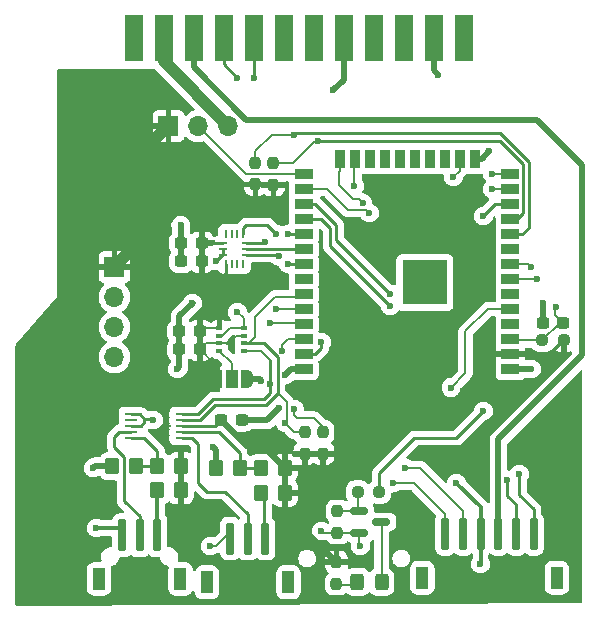
<source format=gtl>
%TF.GenerationSoftware,KiCad,Pcbnew,9.0.0-9.0.0-2~ubuntu24.04.1*%
%TF.CreationDate,2025-03-07T10:50:57+01:00*%
%TF.ProjectId,SensorBoard,53656e73-6f72-4426-9f61-72642e6b6963,rev?*%
%TF.SameCoordinates,Original*%
%TF.FileFunction,Copper,L1,Top*%
%TF.FilePolarity,Positive*%
%FSLAX46Y46*%
G04 Gerber Fmt 4.6, Leading zero omitted, Abs format (unit mm)*
G04 Created by KiCad (PCBNEW 9.0.0-9.0.0-2~ubuntu24.04.1) date 2025-03-07 10:50:57*
%MOMM*%
%LPD*%
G01*
G04 APERTURE LIST*
G04 Aperture macros list*
%AMRoundRect*
0 Rectangle with rounded corners*
0 $1 Rounding radius*
0 $2 $3 $4 $5 $6 $7 $8 $9 X,Y pos of 4 corners*
0 Add a 4 corners polygon primitive as box body*
4,1,4,$2,$3,$4,$5,$6,$7,$8,$9,$2,$3,0*
0 Add four circle primitives for the rounded corners*
1,1,$1+$1,$2,$3*
1,1,$1+$1,$4,$5*
1,1,$1+$1,$6,$7*
1,1,$1+$1,$8,$9*
0 Add four rect primitives between the rounded corners*
20,1,$1+$1,$2,$3,$4,$5,0*
20,1,$1+$1,$4,$5,$6,$7,0*
20,1,$1+$1,$6,$7,$8,$9,0*
20,1,$1+$1,$8,$9,$2,$3,0*%
%AMFreePoly0*
4,1,23,0.550000,-0.750000,0.000000,-0.750000,0.000000,-0.745722,-0.065263,-0.745722,-0.191342,-0.711940,-0.304381,-0.646677,-0.396677,-0.554381,-0.461940,-0.441342,-0.495722,-0.315263,-0.495722,-0.250000,-0.500000,-0.250000,-0.500000,0.250000,-0.495722,0.250000,-0.495722,0.315263,-0.461940,0.441342,-0.396677,0.554381,-0.304381,0.646677,-0.191342,0.711940,-0.065263,0.745722,0.000000,0.745722,
0.000000,0.750000,0.550000,0.750000,0.550000,-0.750000,0.550000,-0.750000,$1*%
%AMFreePoly1*
4,1,23,0.000000,0.745722,0.065263,0.745722,0.191342,0.711940,0.304381,0.646677,0.396677,0.554381,0.461940,0.441342,0.495722,0.315263,0.495722,0.250000,0.500000,0.250000,0.500000,-0.250000,0.495722,-0.250000,0.495722,-0.315263,0.461940,-0.441342,0.396677,-0.554381,0.304381,-0.646677,0.191342,-0.711940,0.065263,-0.745722,0.000000,-0.745722,0.000000,-0.750000,-0.550000,-0.750000,
-0.550000,0.750000,0.000000,0.750000,0.000000,0.745722,0.000000,0.745722,$1*%
G04 Aperture macros list end*
%TA.AperFunction,SMDPad,CuDef*%
%ADD10FreePoly0,0.000000*%
%TD*%
%TA.AperFunction,SMDPad,CuDef*%
%ADD11R,1.000000X1.500000*%
%TD*%
%TA.AperFunction,SMDPad,CuDef*%
%ADD12FreePoly1,0.000000*%
%TD*%
%TA.AperFunction,SMDPad,CuDef*%
%ADD13RoundRect,0.237500X0.300000X0.237500X-0.300000X0.237500X-0.300000X-0.237500X0.300000X-0.237500X0*%
%TD*%
%TA.AperFunction,SMDPad,CuDef*%
%ADD14R,1.500000X0.900000*%
%TD*%
%TA.AperFunction,SMDPad,CuDef*%
%ADD15R,0.900000X1.500000*%
%TD*%
%TA.AperFunction,SMDPad,CuDef*%
%ADD16R,0.900000X0.900000*%
%TD*%
%TA.AperFunction,HeatsinkPad*%
%ADD17C,0.600000*%
%TD*%
%TA.AperFunction,HeatsinkPad*%
%ADD18R,3.800000X3.800000*%
%TD*%
%TA.AperFunction,SMDPad,CuDef*%
%ADD19RoundRect,0.237500X-0.300000X-0.237500X0.300000X-0.237500X0.300000X0.237500X-0.300000X0.237500X0*%
%TD*%
%TA.AperFunction,SMDPad,CuDef*%
%ADD20RoundRect,0.175000X-0.175000X-1.175000X0.175000X-1.175000X0.175000X1.175000X-0.175000X1.175000X0*%
%TD*%
%TA.AperFunction,SMDPad,CuDef*%
%ADD21RoundRect,0.250000X-0.300000X-0.700000X0.300000X-0.700000X0.300000X0.700000X-0.300000X0.700000X0*%
%TD*%
%TA.AperFunction,SMDPad,CuDef*%
%ADD22RoundRect,0.250000X0.350000X0.450000X-0.350000X0.450000X-0.350000X-0.450000X0.350000X-0.450000X0*%
%TD*%
%TA.AperFunction,SMDPad,CuDef*%
%ADD23RoundRect,0.237500X-0.237500X0.250000X-0.237500X-0.250000X0.237500X-0.250000X0.237500X0.250000X0*%
%TD*%
%TA.AperFunction,ComponentPad*%
%ADD24R,1.700000X1.700000*%
%TD*%
%TA.AperFunction,ComponentPad*%
%ADD25O,1.700000X1.700000*%
%TD*%
%TA.AperFunction,SMDPad,CuDef*%
%ADD26R,1.100000X0.250000*%
%TD*%
%TA.AperFunction,SMDPad,CuDef*%
%ADD27RoundRect,0.237500X0.237500X-0.250000X0.237500X0.250000X-0.237500X0.250000X-0.237500X-0.250000X0*%
%TD*%
%TA.AperFunction,SMDPad,CuDef*%
%ADD28R,0.250000X0.675000*%
%TD*%
%TA.AperFunction,SMDPad,CuDef*%
%ADD29R,0.675000X0.250000*%
%TD*%
%TA.AperFunction,SMDPad,CuDef*%
%ADD30RoundRect,0.237500X-0.250000X-0.237500X0.250000X-0.237500X0.250000X0.237500X-0.250000X0.237500X0*%
%TD*%
%TA.AperFunction,SMDPad,CuDef*%
%ADD31RoundRect,0.150000X-0.587500X-0.150000X0.587500X-0.150000X0.587500X0.150000X-0.587500X0.150000X0*%
%TD*%
%TA.AperFunction,SMDPad,CuDef*%
%ADD32RoundRect,0.250000X0.325000X0.450000X-0.325000X0.450000X-0.325000X-0.450000X0.325000X-0.450000X0*%
%TD*%
%TA.AperFunction,SMDPad,CuDef*%
%ADD33R,1.500000X4.000000*%
%TD*%
%TA.AperFunction,SMDPad,CuDef*%
%ADD34R,0.500000X0.350000*%
%TD*%
%TA.AperFunction,ViaPad*%
%ADD35C,0.600000*%
%TD*%
%TA.AperFunction,Conductor*%
%ADD36C,0.250000*%
%TD*%
%TA.AperFunction,Conductor*%
%ADD37C,0.300000*%
%TD*%
%TA.AperFunction,Conductor*%
%ADD38C,0.500000*%
%TD*%
%TA.AperFunction,Conductor*%
%ADD39C,0.200000*%
%TD*%
%TA.AperFunction,Conductor*%
%ADD40C,1.000000*%
%TD*%
G04 APERTURE END LIST*
D10*
X156270000Y-121770000D03*
D11*
X157570000Y-121770000D03*
D12*
X158870000Y-121770000D03*
D13*
X185657500Y-116970000D03*
X183932500Y-116970000D03*
D14*
X181183000Y-120896000D03*
X181183000Y-119626000D03*
X181183000Y-118356000D03*
X181183000Y-117086000D03*
X181183000Y-115816000D03*
X181183000Y-114546000D03*
X181183000Y-113276000D03*
X181183000Y-112006000D03*
X181183000Y-110736000D03*
X181183000Y-109466000D03*
X181183000Y-108196000D03*
X181183000Y-106926000D03*
X181183000Y-105656000D03*
X181183000Y-104386000D03*
D15*
X178148000Y-103136000D03*
X176878000Y-103136000D03*
X175608000Y-103136000D03*
X174338000Y-103136000D03*
X173068000Y-103136000D03*
X171798000Y-103136000D03*
X170528000Y-103136000D03*
X169258000Y-103136000D03*
X167988000Y-103136000D03*
X166718000Y-103136000D03*
D14*
X163683000Y-104386000D03*
X163683000Y-105656000D03*
X163683000Y-106926000D03*
X163683000Y-108196000D03*
X163683000Y-109466000D03*
X163683000Y-110736000D03*
X163683000Y-112006000D03*
X163683000Y-113276000D03*
X163683000Y-114546000D03*
X163683000Y-115816000D03*
X163683000Y-117086000D03*
X163683000Y-118356000D03*
X163683000Y-119626000D03*
X163683000Y-120896000D03*
D16*
X175333000Y-114956000D03*
D17*
X175333000Y-114256000D03*
D16*
X175333000Y-113556000D03*
D17*
X175333000Y-112856000D03*
D16*
X175333000Y-112156000D03*
D17*
X174633000Y-114956000D03*
X174633000Y-113556000D03*
X174633000Y-112156000D03*
D16*
X173933000Y-114956000D03*
D17*
X173933000Y-114256000D03*
D16*
X173933000Y-113556000D03*
D18*
X173933000Y-113556000D03*
D17*
X173933000Y-112856000D03*
D16*
X173933000Y-112156000D03*
D17*
X173233000Y-114956000D03*
X173233000Y-113556000D03*
X173233000Y-112156000D03*
D16*
X172533000Y-114956000D03*
D17*
X172533000Y-114256000D03*
D16*
X172533000Y-113556000D03*
D17*
X172533000Y-112856000D03*
D16*
X172533000Y-112156000D03*
D13*
X155029500Y-111767500D03*
X153304500Y-111767500D03*
D19*
X156698500Y-125214000D03*
X158423500Y-125214000D03*
D20*
X175667000Y-134866000D03*
X177167000Y-134866000D03*
X178667000Y-134866000D03*
X180167000Y-134866000D03*
X181667000Y-134866000D03*
X183167000Y-134866000D03*
D21*
X173717000Y-138566000D03*
X185117000Y-138566000D03*
D22*
X162085000Y-131368000D03*
X160085000Y-131368000D03*
D13*
X154876500Y-119230000D03*
X153151500Y-119230000D03*
D23*
X165308000Y-126230000D03*
X165308000Y-128055000D03*
D24*
X152227000Y-100322000D03*
D25*
X154767000Y-100322000D03*
X157307000Y-100322000D03*
D26*
X149061000Y-124722000D03*
X149061000Y-125222000D03*
X149061000Y-125722000D03*
X149061000Y-126222000D03*
X149061000Y-126722000D03*
X153361000Y-126722000D03*
X153361000Y-126222000D03*
X153361000Y-125722000D03*
X153361000Y-125222000D03*
X153361000Y-124722000D03*
D27*
X166529500Y-134762500D03*
X166529500Y-132937500D03*
D28*
X158565000Y-109481000D03*
X158065000Y-109481000D03*
X157565000Y-109481000D03*
X157065000Y-109481000D03*
D29*
X156802500Y-110243500D03*
X156802500Y-110743500D03*
X156802500Y-111243500D03*
D28*
X157065000Y-112006000D03*
X157565000Y-112006000D03*
X158065000Y-112006000D03*
X158565000Y-112006000D03*
D29*
X158827500Y-111243500D03*
X158827500Y-110743500D03*
X158827500Y-110243500D03*
D20*
X157437000Y-135256000D03*
X158937000Y-135256000D03*
X160437000Y-135256000D03*
D21*
X155487000Y-138956000D03*
X162387000Y-138956000D03*
D27*
X166451000Y-139080500D03*
X166451000Y-137255500D03*
D30*
X168260500Y-131310000D03*
X170085500Y-131310000D03*
D22*
X153293000Y-131166000D03*
X151293000Y-131166000D03*
X153293000Y-129134000D03*
X151293000Y-129134000D03*
X162101000Y-129278000D03*
X160101000Y-129278000D03*
D23*
X163784000Y-126230000D03*
X163784000Y-128055000D03*
D13*
X155029500Y-110243500D03*
X153304500Y-110243500D03*
D31*
X168386000Y-132900000D03*
X168386000Y-134800000D03*
X170261000Y-133850000D03*
D30*
X183882500Y-118483000D03*
X185707500Y-118483000D03*
D32*
X170270000Y-138930000D03*
X168220000Y-138930000D03*
D23*
X161117000Y-103473500D03*
X161117000Y-105298500D03*
X159593000Y-103450000D03*
X159593000Y-105275000D03*
D22*
X149483000Y-129134000D03*
X147483000Y-129134000D03*
D13*
X154876500Y-117706000D03*
X153151500Y-117706000D03*
D33*
X149305000Y-92870000D03*
X151845000Y-92870000D03*
X154385000Y-92870000D03*
X156925000Y-92870000D03*
X159465000Y-92870000D03*
X162005000Y-92870000D03*
X164545000Y-92870000D03*
X167085000Y-92870000D03*
X169625000Y-92870000D03*
X172165000Y-92870000D03*
X174705000Y-92870000D03*
X177245000Y-92870000D03*
D34*
X158595000Y-117422000D03*
X158595000Y-118072000D03*
X158595000Y-118722000D03*
X158595000Y-119372000D03*
X156545000Y-119372000D03*
X156545000Y-118722000D03*
X156545000Y-118072000D03*
X156545000Y-117422000D03*
D20*
X148293000Y-134976000D03*
X149793000Y-134976000D03*
X151293000Y-134976000D03*
D21*
X146343000Y-138676000D03*
X153243000Y-138676000D03*
D22*
X158291000Y-129278000D03*
X156291000Y-129278000D03*
D24*
X147655000Y-112270000D03*
D25*
X147655000Y-114810000D03*
X147655000Y-117350000D03*
X147655000Y-119890000D03*
D35*
X175087000Y-96004000D03*
X176611000Y-130548000D03*
X153278000Y-108719500D03*
X178643000Y-137406000D03*
X155783000Y-135882000D03*
X182961000Y-120896000D03*
X154259000Y-115308000D03*
X166197000Y-97274000D03*
X165181000Y-134612000D03*
X145877000Y-129278000D03*
X146131000Y-134358000D03*
X168483000Y-135882000D03*
X156291000Y-111752000D03*
X160101000Y-121912000D03*
X161625000Y-124198000D03*
X152989000Y-120896000D03*
X156037000Y-127500000D03*
X162133000Y-121404000D03*
X150957000Y-125214000D03*
X183977000Y-115308000D03*
X158069000Y-116070000D03*
X179405000Y-102481000D03*
X158069000Y-96258000D03*
X162895000Y-101083000D03*
X173563000Y-120388000D03*
X168229000Y-128516000D03*
X165943000Y-120642000D03*
X167467000Y-120642000D03*
X171277000Y-120388000D03*
X164927000Y-101592000D03*
X159465000Y-96258000D03*
X179659000Y-104386000D03*
X176357000Y-104640000D03*
X167975000Y-105402000D03*
X168657319Y-106834000D03*
X169245000Y-107688000D03*
X176146265Y-122463265D03*
X180929000Y-130294000D03*
X171008000Y-115562000D03*
X171023000Y-114546000D03*
X181945000Y-129786000D03*
X182961000Y-112260000D03*
X179659000Y-105656000D03*
X183469000Y-113276000D03*
X178897000Y-107942000D03*
X178897000Y-124452000D03*
X185008000Y-115688057D03*
X160412000Y-110118500D03*
X165181000Y-118610000D03*
X161625000Y-111368500D03*
X162387000Y-109466000D03*
X162387000Y-112006000D03*
X161371000Y-109466000D03*
X160863000Y-122166000D03*
X172293000Y-129278000D03*
X162895000Y-124325000D03*
X161879000Y-119372000D03*
X171277000Y-130548000D03*
X162133000Y-125468000D03*
X161371000Y-115816000D03*
X160863000Y-116996735D03*
D36*
X147655000Y-126642500D02*
X147655000Y-127500000D01*
X148466943Y-128311943D02*
X148466943Y-132045943D01*
X148466943Y-132045943D02*
X149793000Y-133372000D01*
X147655000Y-127500000D02*
X148466943Y-128311943D01*
X149061000Y-126222000D02*
X148075500Y-126222000D01*
X148075500Y-126222000D02*
X147655000Y-126642500D01*
X149793000Y-133372000D02*
X149793000Y-134722000D01*
D37*
X151293000Y-134722000D02*
X151293000Y-131166000D01*
D36*
X160355000Y-134640000D02*
X160437000Y-134722000D01*
X160085000Y-131368000D02*
X160355000Y-131638000D01*
X160355000Y-131638000D02*
X160355000Y-134640000D01*
X154767000Y-130548000D02*
X154767000Y-127246000D01*
X158937000Y-134722000D02*
X158937000Y-133197702D01*
X154243000Y-126722000D02*
X153361000Y-126722000D01*
X155529000Y-131310000D02*
X154767000Y-130548000D01*
X158937000Y-133197702D02*
X157049298Y-131310000D01*
X157049298Y-131310000D02*
X155529000Y-131310000D01*
X154767000Y-127246000D02*
X154243000Y-126722000D01*
X151293000Y-127836000D02*
X151293000Y-129134000D01*
X149061000Y-126722000D02*
X150179000Y-126722000D01*
X149483000Y-129134000D02*
X151293000Y-129134000D01*
X150179000Y-126722000D02*
X151293000Y-127836000D01*
X158291000Y-127976000D02*
X158291000Y-129278000D01*
X160101000Y-129278000D02*
X158291000Y-129278000D01*
X156545000Y-126230000D02*
X158291000Y-127976000D01*
X153369000Y-126230000D02*
X156545000Y-126230000D01*
X153361000Y-126222000D02*
X153369000Y-126230000D01*
D37*
X147929000Y-134358000D02*
X148293000Y-134722000D01*
D38*
X153151500Y-117706000D02*
X153151500Y-116442000D01*
D36*
X156802500Y-111243500D02*
X156799500Y-111243500D01*
D38*
X167085000Y-96386000D02*
X166197000Y-97274000D01*
X153151500Y-120733500D02*
X152989000Y-120896000D01*
X179405000Y-102481000D02*
X178750000Y-103136000D01*
D39*
X156277000Y-135882000D02*
X155783000Y-135882000D01*
D36*
X149061000Y-124722000D02*
X149813000Y-124722000D01*
X149888000Y-125722000D02*
X149061000Y-125722000D01*
D39*
X166529500Y-134762500D02*
X165331500Y-134762500D01*
D38*
X163683000Y-120896000D02*
X162641000Y-120896000D01*
D37*
X178667000Y-134866000D02*
X178667000Y-137382000D01*
D38*
X160609000Y-125214000D02*
X161625000Y-124198000D01*
X181183000Y-120896000D02*
X182961000Y-120896000D01*
D37*
X178667000Y-132604000D02*
X176611000Y-130548000D01*
D38*
X158423500Y-125214000D02*
X160609000Y-125214000D01*
D39*
X165331500Y-134762500D02*
X165181000Y-134612000D01*
X168386000Y-135785000D02*
X168483000Y-135882000D01*
D38*
X153151500Y-119230000D02*
X153151500Y-120733500D01*
X146021000Y-129134000D02*
X145877000Y-129278000D01*
X156291000Y-129278000D02*
X156291000Y-127754000D01*
D36*
X150847000Y-125104000D02*
X150957000Y-125214000D01*
X149813000Y-124722000D02*
X150195000Y-125104000D01*
X150195000Y-125104000D02*
X150847000Y-125104000D01*
D38*
X156291000Y-127754000D02*
X156037000Y-127500000D01*
D39*
X168386000Y-134800000D02*
X168386000Y-135785000D01*
X158595000Y-117422000D02*
X158595000Y-116596000D01*
D38*
X174705000Y-95622000D02*
X175087000Y-96004000D01*
X147483000Y-129134000D02*
X146021000Y-129134000D01*
D39*
X166529500Y-134762500D02*
X168348500Y-134762500D01*
D37*
X146131000Y-134358000D02*
X147929000Y-134358000D01*
D38*
X159959000Y-121770000D02*
X160101000Y-121912000D01*
X153304500Y-111767500D02*
X153304500Y-110243500D01*
D39*
X168348500Y-134762500D02*
X168386000Y-134800000D01*
X157437000Y-134722000D02*
X156277000Y-135882000D01*
D36*
X156799500Y-111243500D02*
X156291000Y-111752000D01*
D37*
X178667000Y-137382000D02*
X178643000Y-137406000D01*
D36*
X150195000Y-125104000D02*
X150195000Y-125415000D01*
D37*
X178667000Y-134866000D02*
X178667000Y-132604000D01*
D39*
X156765000Y-118072000D02*
X157415000Y-117422000D01*
D38*
X162641000Y-120896000D02*
X162133000Y-121404000D01*
X153304500Y-110243500D02*
X153304500Y-108746000D01*
X154285500Y-115308000D02*
X154259000Y-115308000D01*
X153304500Y-108746000D02*
X153278000Y-108719500D01*
D36*
X150195000Y-125415000D02*
X149888000Y-125722000D01*
D38*
X153151500Y-116442000D02*
X154285500Y-115308000D01*
X158870000Y-121770000D02*
X159959000Y-121770000D01*
D39*
X157415000Y-117422000D02*
X158595000Y-117422000D01*
D40*
X151845000Y-92870000D02*
X151845000Y-94860000D01*
X151845000Y-94860000D02*
X157307000Y-100322000D01*
D38*
X183932500Y-116970000D02*
X183932500Y-115352500D01*
X178750000Y-103136000D02*
X178148000Y-103136000D01*
D39*
X158595000Y-116596000D02*
X158069000Y-116070000D01*
D38*
X153151500Y-119230000D02*
X153151500Y-117706000D01*
X174705000Y-92870000D02*
X174705000Y-95622000D01*
X183932500Y-115352500D02*
X183977000Y-115308000D01*
D36*
X156802500Y-111243500D02*
X156802500Y-110743500D01*
D39*
X156545000Y-118072000D02*
X156765000Y-118072000D01*
D38*
X167085000Y-92870000D02*
X167085000Y-96386000D01*
D36*
X158069000Y-96258000D02*
X156925000Y-95114000D01*
X162895000Y-101083000D02*
X163021000Y-100957000D01*
X182710000Y-103373000D02*
X182710000Y-108939000D01*
X180294000Y-100957000D02*
X182710000Y-103373000D01*
X163021000Y-100957000D02*
X180294000Y-100957000D01*
X182710000Y-108939000D02*
X182183000Y-109466000D01*
X156925000Y-95114000D02*
X156925000Y-92870000D01*
D39*
X159593000Y-102481000D02*
X160991000Y-101083000D01*
X159593000Y-103450000D02*
X159593000Y-102481000D01*
D36*
X182183000Y-109466000D02*
X181183000Y-109466000D01*
D39*
X160991000Y-101083000D02*
X162895000Y-101083000D01*
D38*
X158984500Y-127500000D02*
X156698500Y-125214000D01*
D40*
X149941000Y-109984000D02*
X147655000Y-112270000D01*
D38*
X162085000Y-132889500D02*
X166451000Y-137255500D01*
D39*
X156270000Y-120623500D02*
X154876500Y-119230000D01*
X156545000Y-117422000D02*
X155160500Y-117422000D01*
D36*
X157065000Y-112006000D02*
X157065000Y-113772000D01*
D40*
X152227000Y-100322000D02*
X149941000Y-102608000D01*
D39*
X158595000Y-118072000D02*
X157962500Y-118072000D01*
D38*
X162101000Y-131352000D02*
X162085000Y-131368000D01*
X160323000Y-127500000D02*
X158984500Y-127500000D01*
D39*
X156270000Y-121770000D02*
X156270000Y-120623500D01*
X154876500Y-117706000D02*
X154876500Y-119230000D01*
D38*
X162101000Y-129278000D02*
X162101000Y-131352000D01*
D37*
X185707500Y-118483000D02*
X184564500Y-119626000D01*
D39*
X156545000Y-118722000D02*
X155384500Y-118722000D01*
X155160500Y-117422000D02*
X154876500Y-117706000D01*
X157962500Y-118072000D02*
X157312500Y-118722000D01*
D36*
X153361000Y-125722000D02*
X156190500Y-125722000D01*
D37*
X184564500Y-119626000D02*
X181183000Y-119626000D01*
D38*
X162085000Y-131368000D02*
X162085000Y-132889500D01*
X162101000Y-129278000D02*
X160323000Y-127500000D01*
D39*
X155384500Y-118722000D02*
X154876500Y-119230000D01*
D40*
X149941000Y-102608000D02*
X149941000Y-109984000D01*
D36*
X156010500Y-115334500D02*
X154876500Y-116468500D01*
X156190500Y-125722000D02*
X156698500Y-125214000D01*
D38*
X155029500Y-111767500D02*
X155029500Y-110243500D01*
D39*
X157312500Y-118722000D02*
X156545000Y-118722000D01*
D36*
X157065000Y-113772000D02*
X157053000Y-113784000D01*
X155029500Y-111767500D02*
X155029500Y-111794000D01*
X156802500Y-110243500D02*
X155029500Y-110243500D01*
X154876500Y-116468500D02*
X154876500Y-117706000D01*
D38*
X158831000Y-99814000D02*
X183469000Y-99814000D01*
X154385000Y-95368000D02*
X158831000Y-99814000D01*
X187279000Y-103624000D02*
X187279000Y-119753000D01*
X154385000Y-92870000D02*
X154385000Y-95368000D01*
X187279000Y-119753000D02*
X180167000Y-126865000D01*
X183469000Y-99814000D02*
X187279000Y-103624000D01*
X180167000Y-126865000D02*
X180167000Y-134866000D01*
D36*
X159465000Y-96258000D02*
X159465000Y-92870000D01*
D39*
X164673000Y-101592000D02*
X162791500Y-103473500D01*
X162791500Y-103473500D02*
X161117000Y-103473500D01*
D36*
X182259000Y-107702000D02*
X181765000Y-108196000D01*
X164927000Y-101592000D02*
X180290298Y-101592000D01*
X181765000Y-108196000D02*
X181183000Y-108196000D01*
X182259000Y-103560702D02*
X182259000Y-107702000D01*
X180290298Y-101592000D02*
X182259000Y-103560702D01*
D39*
X164927000Y-101592000D02*
X164673000Y-101592000D01*
X179659000Y-104386000D02*
X181183000Y-104386000D01*
X176357000Y-104640000D02*
X176878000Y-104119000D01*
X176878000Y-104119000D02*
X176878000Y-103136000D01*
X167975000Y-105402000D02*
X167975000Y-103149000D01*
X167975000Y-103149000D02*
X167988000Y-103136000D01*
X167891265Y-106501735D02*
X166705000Y-105315470D01*
X166705000Y-104132000D02*
X166718000Y-104119000D01*
X168325054Y-106501735D02*
X167891265Y-106501735D01*
X168657319Y-106834000D02*
X168325054Y-106501735D01*
X166705000Y-105315470D02*
X166705000Y-104132000D01*
X166718000Y-104119000D02*
X166718000Y-103136000D01*
X169245000Y-107688000D02*
X168991000Y-107434000D01*
X168991000Y-107434000D02*
X167467000Y-107434000D01*
X165689000Y-105656000D02*
X163683000Y-105656000D01*
X167467000Y-107434000D02*
X165689000Y-105656000D01*
X176146265Y-122463265D02*
X177373000Y-121236530D01*
X177373000Y-121236530D02*
X177373000Y-117721000D01*
X179278000Y-115816000D02*
X181183000Y-115816000D01*
X177373000Y-117721000D02*
X179278000Y-115816000D01*
X167966000Y-139184000D02*
X166554500Y-139184000D01*
X166554500Y-139184000D02*
X166451000Y-139080500D01*
X168220000Y-138930000D02*
X167966000Y-139184000D01*
D36*
X180929000Y-130294000D02*
X180929000Y-131612000D01*
X165943000Y-108958000D02*
X165181000Y-108196000D01*
X165943000Y-110482000D02*
X165943000Y-108958000D01*
X171008000Y-115562000D02*
X171008000Y-115547000D01*
X181667000Y-132350000D02*
X181667000Y-134866000D01*
X165181000Y-108196000D02*
X163683000Y-108196000D01*
X171008000Y-115547000D02*
X165943000Y-110482000D01*
X180929000Y-131612000D02*
X181667000Y-132350000D01*
X183167000Y-132786000D02*
X183167000Y-134866000D01*
X166451000Y-109974000D02*
X166451000Y-108704000D01*
X181945000Y-129786000D02*
X181945000Y-131564000D01*
X181945000Y-131564000D02*
X183167000Y-132786000D01*
X171023000Y-114546000D02*
X166451000Y-109974000D01*
X166451000Y-108704000D02*
X164673000Y-106926000D01*
X164673000Y-106926000D02*
X163683000Y-106926000D01*
D39*
X182707000Y-112006000D02*
X181183000Y-112006000D01*
X182961000Y-112260000D02*
X182707000Y-112006000D01*
X179659000Y-105656000D02*
X181183000Y-105656000D01*
X183469000Y-113276000D02*
X181183000Y-113276000D01*
D36*
X178897000Y-124452000D02*
X176611000Y-126738000D01*
X170085500Y-129707500D02*
X170085500Y-131310000D01*
X178897000Y-107942000D02*
X179913000Y-106926000D01*
X179913000Y-106926000D02*
X181183000Y-106926000D01*
X173055000Y-126738000D02*
X170085500Y-129707500D01*
X176611000Y-126738000D02*
X173055000Y-126738000D01*
D39*
X181310000Y-118483000D02*
X181183000Y-118356000D01*
X184993000Y-116305500D02*
X185657500Y-116970000D01*
X183882500Y-118483000D02*
X181310000Y-118483000D01*
X184993000Y-115703057D02*
X184993000Y-116305500D01*
X185395500Y-116970000D02*
X183882500Y-118483000D01*
X185657500Y-116970000D02*
X185395500Y-116970000D01*
X185008000Y-115688057D02*
X184993000Y-115703057D01*
X157570000Y-120397000D02*
X157570000Y-121770000D01*
X156545000Y-119372000D02*
X157570000Y-120397000D01*
D36*
X164673000Y-119626000D02*
X163683000Y-119626000D01*
X160412000Y-110118500D02*
X160412000Y-110171000D01*
X165181000Y-119118000D02*
X164673000Y-119626000D01*
X160412000Y-110171000D02*
X160339500Y-110243500D01*
X165181000Y-118610000D02*
X165181000Y-119118000D01*
X160339500Y-110243500D02*
X158827500Y-110243500D01*
X158827500Y-111243500D02*
X161500000Y-111243500D01*
X161500000Y-111243500D02*
X161625000Y-111368500D01*
X162387000Y-109466000D02*
X163683000Y-109466000D01*
X161371000Y-109466000D02*
X160609000Y-108704000D01*
X158565000Y-108970000D02*
X158565000Y-109481000D01*
X158831000Y-108704000D02*
X158565000Y-108970000D01*
X162387000Y-112006000D02*
X163683000Y-112006000D01*
X160609000Y-108704000D02*
X158831000Y-108704000D01*
X163675500Y-110743500D02*
X163683000Y-110736000D01*
X158827500Y-110743500D02*
X163675500Y-110743500D01*
D39*
X170270000Y-134113000D02*
X170270000Y-138930000D01*
X170261000Y-134104000D02*
X170270000Y-134113000D01*
X170261000Y-133850000D02*
X170261000Y-134104000D01*
X168260500Y-132774500D02*
X168386000Y-132900000D01*
X168260500Y-131310000D02*
X168260500Y-132774500D01*
X168348500Y-132937500D02*
X168386000Y-132900000D01*
X166529500Y-132937500D02*
X168348500Y-132937500D01*
X161879000Y-119372000D02*
X161879000Y-118864000D01*
X165308000Y-125825500D02*
X165308000Y-126230000D01*
X163149000Y-125087000D02*
X164569500Y-125087000D01*
X177167000Y-132882000D02*
X177167000Y-134866000D01*
D36*
X160355000Y-123436000D02*
X160863000Y-122928000D01*
D39*
X173563000Y-129278000D02*
X177167000Y-132882000D01*
X162895000Y-124833000D02*
X163149000Y-125087000D01*
X161879000Y-118864000D02*
X162387000Y-118356000D01*
X164569500Y-125087000D02*
X165308000Y-125825500D01*
X158595000Y-119372000D02*
X160101000Y-119372000D01*
D36*
X154751000Y-124722000D02*
X156037000Y-123436000D01*
D39*
X162895000Y-124325000D02*
X162895000Y-124833000D01*
X162387000Y-118356000D02*
X163683000Y-118356000D01*
D36*
X153361000Y-124722000D02*
X154751000Y-124722000D01*
D39*
X160101000Y-119372000D02*
X160863000Y-120134000D01*
X172293000Y-129278000D02*
X173563000Y-129278000D01*
D36*
X160863000Y-122928000D02*
X160863000Y-120134000D01*
X156037000Y-123436000D02*
X160355000Y-123436000D01*
D39*
X161277757Y-114805300D02*
X163423700Y-114805300D01*
D36*
X156205255Y-123944000D02*
X160484810Y-123944000D01*
X161489000Y-122939810D02*
X161489000Y-122928000D01*
D39*
X171277000Y-130548000D02*
X173055000Y-130548000D01*
X163784000Y-126230000D02*
X162895000Y-126230000D01*
X159593000Y-118174000D02*
X159593000Y-116490057D01*
X159045000Y-118722000D02*
X159593000Y-118174000D01*
D36*
X154927255Y-125222000D02*
X156205255Y-123944000D01*
D39*
X173055000Y-130548000D02*
X175667000Y-133160000D01*
X162226000Y-125375000D02*
X162226000Y-123665000D01*
X175667000Y-133160000D02*
X175667000Y-134866000D01*
X162895000Y-126230000D02*
X162133000Y-125468000D01*
X163423700Y-114805300D02*
X163683000Y-114546000D01*
X162226000Y-123665000D02*
X161489000Y-122928000D01*
X162133000Y-125468000D02*
X162226000Y-125375000D01*
D36*
X160336298Y-118722000D02*
X158595000Y-118722000D01*
D39*
X158595000Y-118722000D02*
X159045000Y-118722000D01*
X159593000Y-116490057D02*
X161277757Y-114805300D01*
D36*
X161489000Y-122928000D02*
X161489000Y-119874702D01*
X160484810Y-123944000D02*
X161489000Y-122939810D01*
X153361000Y-125222000D02*
X154927255Y-125222000D01*
X161489000Y-119874702D02*
X160336298Y-118722000D01*
D39*
X161371000Y-115816000D02*
X163683000Y-115816000D01*
X160863000Y-116996735D02*
X163593735Y-116996735D01*
X163593735Y-116996735D02*
X163683000Y-117086000D01*
X154767000Y-100322000D02*
X158831000Y-104386000D01*
X158831000Y-104386000D02*
X163683000Y-104386000D01*
%TA.AperFunction,Conductor*%
G36*
X151081756Y-95515685D02*
G01*
X151102398Y-95532319D01*
X151214283Y-95644204D01*
X151214289Y-95644209D01*
X154401322Y-98831243D01*
X154434807Y-98892566D01*
X154429823Y-98962258D01*
X154387951Y-99018191D01*
X154351960Y-99036855D01*
X154248583Y-99070444D01*
X154059179Y-99166951D01*
X153887215Y-99291889D01*
X153773285Y-99405819D01*
X153711962Y-99439303D01*
X153642270Y-99434319D01*
X153586337Y-99392447D01*
X153569422Y-99361470D01*
X153520354Y-99229913D01*
X153520350Y-99229906D01*
X153434190Y-99114812D01*
X153434187Y-99114809D01*
X153319093Y-99028649D01*
X153319086Y-99028645D01*
X153184379Y-98978403D01*
X153184372Y-98978401D01*
X153124844Y-98972000D01*
X152477000Y-98972000D01*
X152477000Y-99888988D01*
X152419993Y-99856075D01*
X152292826Y-99822000D01*
X152161174Y-99822000D01*
X152034007Y-99856075D01*
X151977000Y-99888988D01*
X151977000Y-98972000D01*
X151329155Y-98972000D01*
X151269627Y-98978401D01*
X151269620Y-98978403D01*
X151134913Y-99028645D01*
X151134906Y-99028649D01*
X151019812Y-99114809D01*
X151019809Y-99114812D01*
X150933649Y-99229906D01*
X150933645Y-99229913D01*
X150883403Y-99364620D01*
X150883401Y-99364627D01*
X150877000Y-99424155D01*
X150877000Y-100072000D01*
X151793988Y-100072000D01*
X151761075Y-100129007D01*
X151727000Y-100256174D01*
X151727000Y-100387826D01*
X151761075Y-100514993D01*
X151793988Y-100572000D01*
X150877000Y-100572000D01*
X150877000Y-101219844D01*
X150883401Y-101279372D01*
X150883403Y-101279379D01*
X150933645Y-101414086D01*
X150933649Y-101414093D01*
X151019809Y-101529187D01*
X151019812Y-101529190D01*
X151134906Y-101615350D01*
X151134913Y-101615354D01*
X151269620Y-101665596D01*
X151269627Y-101665598D01*
X151329155Y-101671999D01*
X151329172Y-101672000D01*
X151977000Y-101672000D01*
X151977000Y-100755012D01*
X152034007Y-100787925D01*
X152161174Y-100822000D01*
X152292826Y-100822000D01*
X152419993Y-100787925D01*
X152477000Y-100755012D01*
X152477000Y-101672000D01*
X153124828Y-101672000D01*
X153124844Y-101671999D01*
X153184372Y-101665598D01*
X153184379Y-101665596D01*
X153319086Y-101615354D01*
X153319093Y-101615350D01*
X153434187Y-101529190D01*
X153434190Y-101529187D01*
X153520350Y-101414093D01*
X153520354Y-101414086D01*
X153569422Y-101282529D01*
X153611293Y-101226595D01*
X153676757Y-101202178D01*
X153745030Y-101217030D01*
X153773285Y-101238181D01*
X153887213Y-101352109D01*
X154059179Y-101477048D01*
X154059181Y-101477049D01*
X154059184Y-101477051D01*
X154248588Y-101573557D01*
X154450757Y-101639246D01*
X154660713Y-101672500D01*
X154660714Y-101672500D01*
X154873286Y-101672500D01*
X154873287Y-101672500D01*
X155083243Y-101639246D01*
X155125523Y-101625507D01*
X155195362Y-101623511D01*
X155251522Y-101655757D01*
X158346139Y-104750374D01*
X158346149Y-104750385D01*
X158350479Y-104754715D01*
X158350480Y-104754716D01*
X158462284Y-104866520D01*
X158549095Y-104916639D01*
X158549094Y-104916639D01*
X158551878Y-104918246D01*
X158555989Y-104920619D01*
X158604209Y-104971180D01*
X158617034Y-105024034D01*
X158618000Y-105025000D01*
X160623138Y-105025000D01*
X160690177Y-105044685D01*
X160694911Y-105048500D01*
X162091999Y-105048500D01*
X162117680Y-105022819D01*
X162144607Y-105008115D01*
X162170426Y-104991523D01*
X162176626Y-104990631D01*
X162179003Y-104989334D01*
X162205361Y-104986500D01*
X162312906Y-104986500D01*
X162379945Y-105006185D01*
X162425700Y-105058989D01*
X162436195Y-105123752D01*
X162432500Y-105158127D01*
X162432500Y-105158131D01*
X162432500Y-105158132D01*
X162432500Y-106153870D01*
X162432501Y-106153876D01*
X162438908Y-106213481D01*
X162451659Y-106247669D01*
X162456642Y-106317361D01*
X162451659Y-106334331D01*
X162438908Y-106368518D01*
X162432501Y-106428116D01*
X162432500Y-106428135D01*
X162432500Y-107423870D01*
X162432501Y-107423876D01*
X162438908Y-107483481D01*
X162451659Y-107517669D01*
X162456642Y-107587361D01*
X162451659Y-107604331D01*
X162438908Y-107638518D01*
X162432501Y-107698116D01*
X162432500Y-107698127D01*
X162432500Y-108179459D01*
X162432501Y-108541500D01*
X162412817Y-108608539D01*
X162360013Y-108654294D01*
X162314155Y-108664269D01*
X162314218Y-108664903D01*
X162308786Y-108665437D01*
X162308501Y-108665500D01*
X162308155Y-108665500D01*
X162153510Y-108696261D01*
X162153498Y-108696264D01*
X162007828Y-108756602D01*
X162007815Y-108756609D01*
X161947891Y-108796650D01*
X161881213Y-108817528D01*
X161813833Y-108799043D01*
X161810109Y-108796650D01*
X161794101Y-108785954D01*
X161784231Y-108779359D01*
X161750184Y-108756609D01*
X161750181Y-108756607D01*
X161750179Y-108756606D01*
X161750176Y-108756604D01*
X161750171Y-108756602D01*
X161604501Y-108696264D01*
X161604489Y-108696261D01*
X161493285Y-108674141D01*
X161431374Y-108641756D01*
X161429795Y-108640205D01*
X161102150Y-108312560D01*
X161094860Y-108305270D01*
X161094858Y-108305267D01*
X161007733Y-108218142D01*
X160956509Y-108183915D01*
X160905286Y-108149688D01*
X160905283Y-108149686D01*
X160905280Y-108149685D01*
X160831603Y-108119168D01*
X160831601Y-108119167D01*
X160824792Y-108116347D01*
X160791452Y-108102537D01*
X160731029Y-108090518D01*
X160726306Y-108089578D01*
X160726304Y-108089578D01*
X160670610Y-108078500D01*
X160670607Y-108078500D01*
X160670606Y-108078500D01*
X158892607Y-108078500D01*
X158769393Y-108078500D01*
X158769389Y-108078500D01*
X158718535Y-108088615D01*
X158718530Y-108088616D01*
X158708971Y-108090518D01*
X158648548Y-108102537D01*
X158601397Y-108122067D01*
X158534715Y-108149688D01*
X158534714Y-108149689D01*
X158512347Y-108164633D01*
X158512344Y-108164635D01*
X158432268Y-108218140D01*
X158388705Y-108261703D01*
X158345142Y-108305267D01*
X158079144Y-108571264D01*
X158079142Y-108571266D01*
X158068031Y-108587895D01*
X158064378Y-108590947D01*
X158062623Y-108595369D01*
X158037833Y-108613129D01*
X158014417Y-108632698D01*
X158008623Y-108634057D01*
X158005826Y-108636062D01*
X157985087Y-108639580D01*
X157971189Y-108642842D01*
X157968053Y-108643000D01*
X157892128Y-108643001D01*
X157832517Y-108649409D01*
X157831149Y-108649918D01*
X157821254Y-108650419D01*
X157818950Y-108649867D01*
X157801742Y-108649867D01*
X157797483Y-108649409D01*
X157737873Y-108643000D01*
X157737865Y-108643000D01*
X157392130Y-108643000D01*
X157392120Y-108643001D01*
X157328248Y-108649867D01*
X157301742Y-108649867D01*
X157297483Y-108649409D01*
X157237873Y-108643000D01*
X157237865Y-108643000D01*
X156892130Y-108643000D01*
X156892123Y-108643001D01*
X156832516Y-108649408D01*
X156697671Y-108699702D01*
X156697664Y-108699706D01*
X156582455Y-108785952D01*
X156582452Y-108785955D01*
X156496206Y-108901164D01*
X156496202Y-108901171D01*
X156445910Y-109036013D01*
X156445909Y-109036017D01*
X156439500Y-109095627D01*
X156439500Y-109095634D01*
X156439500Y-109095635D01*
X156439500Y-109508268D01*
X156434854Y-109524089D01*
X156435217Y-109540577D01*
X156425213Y-109556922D01*
X156419815Y-109575307D01*
X156407028Y-109586635D01*
X156398744Y-109600172D01*
X156376424Y-109613749D01*
X156369480Y-109619902D01*
X156153186Y-109724490D01*
X156130038Y-109728339D01*
X156108052Y-109736540D01*
X156096213Y-109733964D01*
X156084263Y-109735952D01*
X156062709Y-109726676D01*
X156039779Y-109721688D01*
X156030359Y-109712754D01*
X156020084Y-109708332D01*
X156010128Y-109693566D01*
X155993668Y-109677954D01*
X155911945Y-109545462D01*
X155790038Y-109423555D01*
X155790034Y-109423552D01*
X155643311Y-109333051D01*
X155643300Y-109333046D01*
X155479652Y-109278819D01*
X155378654Y-109268500D01*
X155279500Y-109268500D01*
X155279500Y-109993500D01*
X156073000Y-109993500D01*
X156081685Y-109996050D01*
X156090647Y-109994762D01*
X156114687Y-110005740D01*
X156140039Y-110013185D01*
X156145966Y-110020025D01*
X156154203Y-110023787D01*
X156168492Y-110046021D01*
X156185794Y-110065989D01*
X156188081Y-110076503D01*
X156191977Y-110082565D01*
X156197000Y-110117500D01*
X156197000Y-110131850D01*
X156177315Y-110198889D01*
X156147312Y-110231116D01*
X156107452Y-110260955D01*
X156021205Y-110376165D01*
X156021204Y-110376166D01*
X156007528Y-110412835D01*
X155965656Y-110468768D01*
X155900192Y-110493184D01*
X155891347Y-110493500D01*
X155279500Y-110493500D01*
X155279500Y-112742499D01*
X155378640Y-112742499D01*
X155378654Y-112742498D01*
X155479652Y-112732180D01*
X155643300Y-112677953D01*
X155643311Y-112677948D01*
X155790033Y-112587448D01*
X155856251Y-112521230D01*
X155917574Y-112487745D01*
X155987266Y-112492729D01*
X155991354Y-112494337D01*
X156057503Y-112521737D01*
X156057507Y-112521737D01*
X156057511Y-112521739D01*
X156212153Y-112552499D01*
X156212156Y-112552500D01*
X156212158Y-112552500D01*
X156369841Y-112552500D01*
X156369842Y-112552500D01*
X156382017Y-112550078D01*
X156451607Y-112556304D01*
X156505476Y-112597384D01*
X156582809Y-112700687D01*
X156582812Y-112700690D01*
X156697906Y-112786850D01*
X156697913Y-112786854D01*
X156832620Y-112837096D01*
X156832627Y-112837098D01*
X156892155Y-112843499D01*
X156892172Y-112843500D01*
X156940000Y-112843500D01*
X156940000Y-112842126D01*
X156943793Y-112829206D01*
X156942832Y-112815775D01*
X156953445Y-112796334D01*
X156959685Y-112775087D01*
X156969860Y-112766269D01*
X156976314Y-112754450D01*
X156995752Y-112743833D01*
X157012489Y-112729332D01*
X157025815Y-112727415D01*
X157037635Y-112720961D01*
X157059726Y-112722539D01*
X157081647Y-112719388D01*
X157095415Y-112725090D01*
X157107327Y-112725942D01*
X157138299Y-112742852D01*
X157140307Y-112744354D01*
X157182179Y-112800283D01*
X157189972Y-112843472D01*
X157190000Y-112843500D01*
X157237828Y-112843500D01*
X157237839Y-112843499D01*
X157299395Y-112836880D01*
X157325909Y-112836880D01*
X157332514Y-112837590D01*
X157332517Y-112837591D01*
X157392127Y-112844000D01*
X157737872Y-112843999D01*
X157797483Y-112837591D01*
X157797486Y-112837589D01*
X157801744Y-112837132D01*
X157828254Y-112837132D01*
X157832514Y-112837589D01*
X157832517Y-112837591D01*
X157892127Y-112844000D01*
X158237872Y-112843999D01*
X158297483Y-112837591D01*
X158297486Y-112837589D01*
X158301744Y-112837132D01*
X158328254Y-112837132D01*
X158332514Y-112837589D01*
X158332517Y-112837591D01*
X158392127Y-112844000D01*
X158737872Y-112843999D01*
X158797483Y-112837591D01*
X158932331Y-112787296D01*
X159047546Y-112701046D01*
X159133796Y-112585831D01*
X159184091Y-112450983D01*
X159190500Y-112391373D01*
X159190499Y-111992999D01*
X159210183Y-111925961D01*
X159262987Y-111880206D01*
X159314499Y-111869000D01*
X160942060Y-111869000D01*
X161009099Y-111888685D01*
X161029736Y-111905314D01*
X161087415Y-111962993D01*
X161114712Y-111990290D01*
X161245814Y-112077890D01*
X161245827Y-112077897D01*
X161374463Y-112131179D01*
X161391503Y-112138237D01*
X161477043Y-112155252D01*
X161526818Y-112165153D01*
X161588729Y-112197538D01*
X161617188Y-112239317D01*
X161677604Y-112385176D01*
X161677609Y-112385185D01*
X161765210Y-112516288D01*
X161765213Y-112516292D01*
X161876707Y-112627786D01*
X161876711Y-112627789D01*
X162007814Y-112715390D01*
X162007827Y-112715397D01*
X162151934Y-112775087D01*
X162153503Y-112775737D01*
X162308153Y-112806499D01*
X162308156Y-112806500D01*
X162308158Y-112806500D01*
X162308500Y-112806500D01*
X162308673Y-112806551D01*
X162314218Y-112807097D01*
X162314114Y-112808148D01*
X162375539Y-112826185D01*
X162421294Y-112878989D01*
X162432500Y-112930500D01*
X162432500Y-113773870D01*
X162432501Y-113773876D01*
X162438908Y-113833481D01*
X162451659Y-113867669D01*
X162457940Y-113930456D01*
X162455993Y-113942710D01*
X162438909Y-113988517D01*
X162432500Y-114048127D01*
X162432500Y-114090587D01*
X162430964Y-114100256D01*
X162420010Y-114123333D01*
X162412815Y-114147839D01*
X162405280Y-114154367D01*
X162401005Y-114163376D01*
X162379312Y-114176869D01*
X162360011Y-114193594D01*
X162348344Y-114196131D01*
X162341676Y-114200280D01*
X162330064Y-114200108D01*
X162308500Y-114204800D01*
X161356814Y-114204800D01*
X161198699Y-114204800D01*
X161045972Y-114245723D01*
X161045971Y-114245723D01*
X161045969Y-114245724D01*
X161045966Y-114245725D01*
X160995853Y-114274659D01*
X160995852Y-114274660D01*
X160966537Y-114291585D01*
X160909042Y-114324779D01*
X160909039Y-114324781D01*
X159128709Y-116105112D01*
X159120763Y-116109450D01*
X159115338Y-116116698D01*
X159090578Y-116125932D01*
X159067386Y-116138597D01*
X159058356Y-116137951D01*
X159049874Y-116141115D01*
X159024053Y-116135498D01*
X158997694Y-116133613D01*
X158988640Y-116127794D01*
X158981601Y-116126263D01*
X158953347Y-116105112D01*
X158903574Y-116055339D01*
X158870089Y-115994016D01*
X158869638Y-115991849D01*
X158841291Y-115849344D01*
X158838737Y-115836503D01*
X158831192Y-115818288D01*
X158778397Y-115690827D01*
X158778390Y-115690814D01*
X158690789Y-115559711D01*
X158690786Y-115559707D01*
X158579292Y-115448213D01*
X158579288Y-115448210D01*
X158448185Y-115360609D01*
X158448172Y-115360602D01*
X158302501Y-115300264D01*
X158302489Y-115300261D01*
X158147845Y-115269500D01*
X158147842Y-115269500D01*
X157990158Y-115269500D01*
X157990155Y-115269500D01*
X157835510Y-115300261D01*
X157835498Y-115300264D01*
X157689827Y-115360602D01*
X157689814Y-115360609D01*
X157558711Y-115448210D01*
X157558707Y-115448213D01*
X157447213Y-115559707D01*
X157447210Y-115559711D01*
X157359609Y-115690814D01*
X157359602Y-115690827D01*
X157299264Y-115836498D01*
X157299261Y-115836510D01*
X157268500Y-115991153D01*
X157268500Y-116148846D01*
X157299261Y-116303489D01*
X157299264Y-116303501D01*
X157359602Y-116449172D01*
X157359609Y-116449185D01*
X157447210Y-116580288D01*
X157447213Y-116580292D01*
X157476739Y-116609818D01*
X157510224Y-116671141D01*
X157505240Y-116740833D01*
X157463368Y-116796766D01*
X157411838Y-116819389D01*
X157400548Y-116821499D01*
X157335943Y-116821499D01*
X157186989Y-116861411D01*
X157182295Y-116862289D01*
X157152096Y-116859233D01*
X157121759Y-116858511D01*
X157116093Y-116855590D01*
X157112781Y-116855255D01*
X157107880Y-116851356D01*
X157085204Y-116839666D01*
X157037088Y-116803646D01*
X157037086Y-116803645D01*
X156902379Y-116753403D01*
X156902372Y-116753401D01*
X156842844Y-116747000D01*
X156720000Y-116747000D01*
X156720000Y-117216402D01*
X156711355Y-117245842D01*
X156704832Y-117275829D01*
X156701077Y-117280844D01*
X156700315Y-117283441D01*
X156683681Y-117304083D01*
X156627583Y-117360181D01*
X156566260Y-117393666D01*
X156539902Y-117396500D01*
X156494000Y-117396500D01*
X156426961Y-117376815D01*
X156381206Y-117324011D01*
X156370000Y-117272500D01*
X156370000Y-116747000D01*
X156247155Y-116747000D01*
X156187627Y-116753401D01*
X156187620Y-116753403D01*
X156052913Y-116803645D01*
X156052906Y-116803649D01*
X155937812Y-116889809D01*
X155937810Y-116889811D01*
X155896410Y-116945113D01*
X155840475Y-116986983D01*
X155770784Y-116991965D01*
X155709464Y-116958481D01*
X155637038Y-116886055D01*
X155637034Y-116886052D01*
X155490311Y-116795551D01*
X155490300Y-116795546D01*
X155326652Y-116741319D01*
X155225654Y-116731000D01*
X155126500Y-116731000D01*
X155126500Y-120204999D01*
X155225640Y-120204999D01*
X155225654Y-120204998D01*
X155326652Y-120194680D01*
X155490300Y-120140453D01*
X155490311Y-120140448D01*
X155637034Y-120049947D01*
X155637038Y-120049944D01*
X155758942Y-119928040D01*
X155762086Y-119924065D01*
X155819107Y-119883688D01*
X155888906Y-119880548D01*
X155933664Y-119901709D01*
X156052664Y-119990793D01*
X156052671Y-119990797D01*
X156187516Y-120041091D01*
X156213419Y-120043875D01*
X156247127Y-120047500D01*
X156319901Y-120047499D01*
X156386940Y-120067183D01*
X156407583Y-120083818D01*
X156767827Y-120444062D01*
X156801312Y-120505385D01*
X156796328Y-120575077D01*
X156754459Y-120631008D01*
X156712453Y-120662454D01*
X156712452Y-120662455D01*
X156626206Y-120777664D01*
X156626202Y-120777671D01*
X156575908Y-120912517D01*
X156569501Y-120972116D01*
X156569500Y-120972128D01*
X156569500Y-122567870D01*
X156569501Y-122567876D01*
X156575908Y-122627483D01*
X156581758Y-122643165D01*
X156586744Y-122712856D01*
X156553259Y-122774180D01*
X156491937Y-122807666D01*
X156465577Y-122810500D01*
X156104741Y-122810500D01*
X156104721Y-122810499D01*
X156098607Y-122810499D01*
X155975394Y-122810499D01*
X155874597Y-122830548D01*
X155874592Y-122830548D01*
X155854549Y-122834536D01*
X155819769Y-122848943D01*
X155819768Y-122848943D01*
X155740721Y-122881684D01*
X155740708Y-122881691D01*
X155638267Y-122950141D01*
X155638263Y-122950144D01*
X154528229Y-124060181D01*
X154466906Y-124093666D01*
X154440548Y-124096500D01*
X152763129Y-124096500D01*
X152763123Y-124096501D01*
X152703516Y-124102908D01*
X152568671Y-124153202D01*
X152568664Y-124153206D01*
X152453455Y-124239452D01*
X152453452Y-124239455D01*
X152367206Y-124354664D01*
X152367202Y-124354671D01*
X152318034Y-124486500D01*
X152316909Y-124489517D01*
X152310500Y-124549127D01*
X152310500Y-124549134D01*
X152310500Y-124549135D01*
X152310500Y-124894869D01*
X152310501Y-124894879D01*
X152317367Y-124958751D01*
X152317367Y-124985257D01*
X152316909Y-124989516D01*
X152316909Y-124989517D01*
X152310500Y-125049127D01*
X152310500Y-125049132D01*
X152310500Y-125049133D01*
X152310500Y-125394869D01*
X152310501Y-125394876D01*
X152317619Y-125461092D01*
X152317619Y-125487599D01*
X152311000Y-125549169D01*
X152311000Y-125597000D01*
X152311051Y-125597051D01*
X152315281Y-125598293D01*
X152319769Y-125597319D01*
X152348501Y-125608048D01*
X152377915Y-125616685D01*
X152382120Y-125620602D01*
X152385224Y-125621761D01*
X152410171Y-125646727D01*
X152410919Y-125647727D01*
X152435311Y-125713201D01*
X152420434Y-125781468D01*
X152410919Y-125796273D01*
X152410171Y-125797273D01*
X152387978Y-125813899D01*
X152371010Y-125830855D01*
X152363034Y-125832586D01*
X152354254Y-125839165D01*
X152311027Y-125846972D01*
X152311000Y-125847000D01*
X152311000Y-125894844D01*
X152317619Y-125956398D01*
X152317620Y-125982909D01*
X152316909Y-125989514D01*
X152316909Y-125989517D01*
X152310500Y-126049127D01*
X152310500Y-126049134D01*
X152310500Y-126049135D01*
X152310500Y-126394869D01*
X152310501Y-126394879D01*
X152317367Y-126458751D01*
X152317367Y-126485257D01*
X152316909Y-126489516D01*
X152316909Y-126489517D01*
X152310500Y-126549127D01*
X152310500Y-126549132D01*
X152310500Y-126549133D01*
X152310500Y-126894869D01*
X152310501Y-126894876D01*
X152316908Y-126954483D01*
X152367202Y-127089328D01*
X152367206Y-127089335D01*
X152453452Y-127204544D01*
X152453455Y-127204547D01*
X152568664Y-127290793D01*
X152568671Y-127290797D01*
X152613618Y-127307561D01*
X152703517Y-127341091D01*
X152763127Y-127347500D01*
X153289391Y-127347499D01*
X153289405Y-127347500D01*
X153299394Y-127347500D01*
X153932548Y-127347500D01*
X153961988Y-127356144D01*
X153991975Y-127362668D01*
X153996990Y-127366422D01*
X153999587Y-127367185D01*
X154020229Y-127383819D01*
X154105181Y-127468771D01*
X154138666Y-127530094D01*
X154141500Y-127556452D01*
X154141500Y-127888646D01*
X154121815Y-127955685D01*
X154069011Y-128001440D01*
X153999853Y-128011384D01*
X153965103Y-128001032D01*
X153962124Y-127999643D01*
X153795697Y-127944494D01*
X153795690Y-127944493D01*
X153692986Y-127934000D01*
X153543000Y-127934000D01*
X153543000Y-132365999D01*
X153692972Y-132365999D01*
X153692986Y-132365998D01*
X153795697Y-132355505D01*
X153962119Y-132300358D01*
X153962124Y-132300356D01*
X154111345Y-132208315D01*
X154235315Y-132084345D01*
X154327356Y-131935124D01*
X154327358Y-131935119D01*
X154382505Y-131768697D01*
X154382506Y-131768690D01*
X154392999Y-131665986D01*
X154392999Y-131357951D01*
X154412683Y-131290912D01*
X154465487Y-131245157D01*
X154534646Y-131235213D01*
X154598201Y-131264238D01*
X154604680Y-131270270D01*
X155043139Y-131708729D01*
X155043142Y-131708733D01*
X155130267Y-131795858D01*
X155207190Y-131847256D01*
X155212990Y-131851132D01*
X155212993Y-131851134D01*
X155232710Y-131864309D01*
X155232712Y-131864310D01*
X155232715Y-131864312D01*
X155299396Y-131891931D01*
X155299398Y-131891933D01*
X155329129Y-131904247D01*
X155346548Y-131911463D01*
X155467394Y-131935500D01*
X156738846Y-131935500D01*
X156805885Y-131955185D01*
X156826527Y-131971819D01*
X158275181Y-133420473D01*
X158289884Y-133447400D01*
X158306477Y-133473219D01*
X158307368Y-133479419D01*
X158308666Y-133481796D01*
X158311500Y-133508154D01*
X158311500Y-133524836D01*
X158291815Y-133591875D01*
X158275181Y-133612517D01*
X158274681Y-133613017D01*
X158255036Y-133623743D01*
X158239011Y-133637630D01*
X158226243Y-133639465D01*
X158213358Y-133646502D01*
X158189282Y-133644780D01*
X158169853Y-133647574D01*
X158158992Y-133642614D01*
X158143666Y-133641518D01*
X158111924Y-133621118D01*
X158106297Y-133618549D01*
X158105151Y-133616766D01*
X158099319Y-133613018D01*
X158074562Y-133588261D01*
X158031653Y-133545352D01*
X158031650Y-133545350D01*
X158031648Y-133545348D01*
X157891272Y-133460488D01*
X157891263Y-133460485D01*
X157734664Y-133411687D01*
X157734662Y-133411686D01*
X157734657Y-133411685D01*
X157666594Y-133405500D01*
X157207406Y-133405500D01*
X157139343Y-133411685D01*
X157139339Y-133411686D01*
X157139335Y-133411687D01*
X156982736Y-133460485D01*
X156982727Y-133460488D01*
X156842351Y-133545348D01*
X156842347Y-133545351D01*
X156726351Y-133661347D01*
X156726348Y-133661351D01*
X156641488Y-133801727D01*
X156641485Y-133801736D01*
X156592687Y-133958335D01*
X156592685Y-133958343D01*
X156588682Y-134002401D01*
X156586500Y-134026408D01*
X156586500Y-134671901D01*
X156566815Y-134738940D01*
X156550181Y-134759582D01*
X156203072Y-135106690D01*
X156141749Y-135140175D01*
X156072057Y-135135191D01*
X156067940Y-135133571D01*
X156062672Y-135131389D01*
X156016497Y-135112263D01*
X156016493Y-135112262D01*
X156016488Y-135112260D01*
X155861845Y-135081500D01*
X155861842Y-135081500D01*
X155704158Y-135081500D01*
X155704155Y-135081500D01*
X155549510Y-135112261D01*
X155549498Y-135112264D01*
X155403827Y-135172602D01*
X155403814Y-135172609D01*
X155272711Y-135260210D01*
X155272707Y-135260213D01*
X155161213Y-135371707D01*
X155161210Y-135371711D01*
X155073609Y-135502814D01*
X155073602Y-135502827D01*
X155013264Y-135648498D01*
X155013261Y-135648510D01*
X154982500Y-135803153D01*
X154982500Y-135960846D01*
X155013261Y-136115489D01*
X155013264Y-136115501D01*
X155073602Y-136261172D01*
X155073609Y-136261185D01*
X155161210Y-136392288D01*
X155161213Y-136392292D01*
X155272707Y-136503786D01*
X155272711Y-136503789D01*
X155403814Y-136591390D01*
X155403827Y-136591397D01*
X155475690Y-136621163D01*
X155549503Y-136651737D01*
X155704153Y-136682499D01*
X155704156Y-136682500D01*
X155704158Y-136682500D01*
X155861844Y-136682500D01*
X155861845Y-136682499D01*
X156016497Y-136651737D01*
X156162179Y-136591394D01*
X156169910Y-136586228D01*
X156293873Y-136503399D01*
X156333341Y-136486042D01*
X156347838Y-136482501D01*
X156356057Y-136482501D01*
X156440781Y-136459798D01*
X156442062Y-136459486D01*
X156475677Y-136461034D01*
X156509240Y-136461833D01*
X156510424Y-136462634D01*
X156511858Y-136462701D01*
X156539270Y-136482157D01*
X156567103Y-136500994D01*
X156567760Y-136502378D01*
X156568835Y-136503141D01*
X156572781Y-136512954D01*
X156589339Y-136547828D01*
X156590733Y-136547394D01*
X156641485Y-136710263D01*
X156641488Y-136710272D01*
X156726348Y-136850648D01*
X156726351Y-136850652D01*
X156842347Y-136966648D01*
X156842351Y-136966651D01*
X156982727Y-137051511D01*
X156982730Y-137051512D01*
X157139343Y-137100315D01*
X157207406Y-137106500D01*
X157207409Y-137106500D01*
X157666591Y-137106500D01*
X157666594Y-137106500D01*
X157734657Y-137100315D01*
X157891270Y-137051512D01*
X157961214Y-137009230D01*
X158031648Y-136966651D01*
X158031647Y-136966651D01*
X158031653Y-136966648D01*
X158099319Y-136898982D01*
X158160642Y-136865497D01*
X158230334Y-136870481D01*
X158274681Y-136898982D01*
X158342347Y-136966648D01*
X158342351Y-136966651D01*
X158482727Y-137051511D01*
X158482730Y-137051512D01*
X158639343Y-137100315D01*
X158707406Y-137106500D01*
X158707409Y-137106500D01*
X159166591Y-137106500D01*
X159166594Y-137106500D01*
X159234657Y-137100315D01*
X159391270Y-137051512D01*
X159461214Y-137009230D01*
X159531648Y-136966651D01*
X159531647Y-136966651D01*
X159531653Y-136966648D01*
X159599319Y-136898982D01*
X159660642Y-136865497D01*
X159730334Y-136870481D01*
X159774681Y-136898982D01*
X159842347Y-136966648D01*
X159842351Y-136966651D01*
X159982727Y-137051511D01*
X159982730Y-137051512D01*
X160139343Y-137100315D01*
X160207406Y-137106500D01*
X160207409Y-137106500D01*
X160666591Y-137106500D01*
X160666594Y-137106500D01*
X160734657Y-137100315D01*
X160891270Y-137051512D01*
X160961214Y-137009230D01*
X160969998Y-137003920D01*
X163212499Y-137003920D01*
X163241340Y-137148907D01*
X163241343Y-137148917D01*
X163297912Y-137285488D01*
X163297919Y-137285501D01*
X163380048Y-137408415D01*
X163380051Y-137408419D01*
X163484580Y-137512948D01*
X163484584Y-137512951D01*
X163607498Y-137595080D01*
X163607511Y-137595087D01*
X163714737Y-137639501D01*
X163744087Y-137651658D01*
X163744091Y-137651658D01*
X163744092Y-137651659D01*
X163889079Y-137680500D01*
X163889082Y-137680500D01*
X164036920Y-137680500D01*
X164134462Y-137661096D01*
X164181913Y-137651658D01*
X164318495Y-137595084D01*
X164441416Y-137512951D01*
X164545951Y-137408416D01*
X164628084Y-137285495D01*
X164684658Y-137148913D01*
X164697600Y-137083853D01*
X164713500Y-137003920D01*
X164713500Y-136956345D01*
X165476000Y-136956345D01*
X165476000Y-137005500D01*
X166201000Y-137005500D01*
X166701000Y-137005500D01*
X167425999Y-137005500D01*
X167425999Y-136956360D01*
X167425998Y-136956345D01*
X167415680Y-136855347D01*
X167361453Y-136691699D01*
X167361448Y-136691688D01*
X167270947Y-136544965D01*
X167270944Y-136544961D01*
X167149038Y-136423055D01*
X167149034Y-136423052D01*
X167002311Y-136332551D01*
X167002300Y-136332546D01*
X166838652Y-136278319D01*
X166737654Y-136268000D01*
X166701000Y-136268000D01*
X166701000Y-137005500D01*
X166201000Y-137005500D01*
X166201000Y-136268000D01*
X166164361Y-136268000D01*
X166164343Y-136268001D01*
X166063347Y-136278319D01*
X165899699Y-136332546D01*
X165899688Y-136332551D01*
X165752965Y-136423052D01*
X165752961Y-136423055D01*
X165631055Y-136544961D01*
X165631052Y-136544965D01*
X165540551Y-136691688D01*
X165540546Y-136691699D01*
X165486319Y-136855347D01*
X165476000Y-136956345D01*
X164713500Y-136956345D01*
X164713500Y-136856079D01*
X164684659Y-136711092D01*
X164684658Y-136711091D01*
X164684658Y-136711087D01*
X164672817Y-136682500D01*
X164628087Y-136574511D01*
X164628080Y-136574498D01*
X164545951Y-136451584D01*
X164545948Y-136451580D01*
X164441419Y-136347051D01*
X164441415Y-136347048D01*
X164318501Y-136264919D01*
X164318488Y-136264912D01*
X164181917Y-136208343D01*
X164181907Y-136208340D01*
X164036920Y-136179500D01*
X164036918Y-136179500D01*
X163889082Y-136179500D01*
X163889080Y-136179500D01*
X163744092Y-136208340D01*
X163744082Y-136208343D01*
X163607511Y-136264912D01*
X163607498Y-136264919D01*
X163484584Y-136347048D01*
X163484580Y-136347051D01*
X163380051Y-136451580D01*
X163380048Y-136451584D01*
X163297919Y-136574498D01*
X163297912Y-136574511D01*
X163241343Y-136711082D01*
X163241340Y-136711092D01*
X163212500Y-136856079D01*
X163212500Y-136856082D01*
X163212500Y-137003918D01*
X163212500Y-137003920D01*
X163212499Y-137003920D01*
X160969998Y-137003920D01*
X161031648Y-136966651D01*
X161031647Y-136966651D01*
X161031653Y-136966648D01*
X161147648Y-136850653D01*
X161165988Y-136820315D01*
X161186829Y-136785840D01*
X161186830Y-136785838D01*
X161195643Y-136771257D01*
X161232512Y-136710270D01*
X161281315Y-136553657D01*
X161287500Y-136485594D01*
X161287500Y-134026406D01*
X161281315Y-133958343D01*
X161242155Y-133832674D01*
X161232514Y-133801736D01*
X161232511Y-133801727D01*
X161147651Y-133661351D01*
X161147648Y-133661347D01*
X161031648Y-133545347D01*
X161028016Y-133542501D01*
X160987390Y-133485657D01*
X160980500Y-133444899D01*
X160980500Y-132423523D01*
X161000185Y-132356484D01*
X161052989Y-132310729D01*
X161122147Y-132300785D01*
X161185703Y-132329810D01*
X161192181Y-132335842D01*
X161266654Y-132410315D01*
X161415875Y-132502356D01*
X161415880Y-132502358D01*
X161582302Y-132557505D01*
X161582309Y-132557506D01*
X161685019Y-132567999D01*
X161834999Y-132567999D01*
X162335000Y-132567999D01*
X162484972Y-132567999D01*
X162484986Y-132567998D01*
X162587697Y-132557505D01*
X162754119Y-132502358D01*
X162754124Y-132502356D01*
X162903345Y-132410315D01*
X163027315Y-132286345D01*
X163119356Y-132137124D01*
X163119358Y-132137119D01*
X163174505Y-131970697D01*
X163174506Y-131970690D01*
X163184999Y-131867986D01*
X163185000Y-131867973D01*
X163185000Y-131618000D01*
X162335000Y-131618000D01*
X162335000Y-132567999D01*
X161834999Y-132567999D01*
X161835000Y-132567998D01*
X161835000Y-130601176D01*
X162335000Y-130601176D01*
X162335000Y-131118000D01*
X163184999Y-131118000D01*
X163184999Y-130868028D01*
X163184998Y-130868013D01*
X163174505Y-130765302D01*
X163119358Y-130598880D01*
X163119356Y-130598875D01*
X163027315Y-130449654D01*
X162996342Y-130418681D01*
X162962857Y-130357358D01*
X162967841Y-130287666D01*
X162996342Y-130243319D01*
X163043315Y-130196345D01*
X163135356Y-130047124D01*
X163135358Y-130047119D01*
X163190505Y-129880697D01*
X163190506Y-129880690D01*
X163200999Y-129777986D01*
X163201000Y-129777973D01*
X163201000Y-129528000D01*
X162351000Y-129528000D01*
X162351000Y-130540638D01*
X162342355Y-130570078D01*
X162335832Y-130600065D01*
X162335000Y-130601176D01*
X161835000Y-130601176D01*
X161835000Y-130105362D01*
X161851000Y-130050872D01*
X161851000Y-129028000D01*
X162351000Y-129028000D01*
X163208149Y-129028000D01*
X163253717Y-129003117D01*
X163319081Y-129006577D01*
X163396348Y-129032180D01*
X163497352Y-129042499D01*
X163534000Y-129042499D01*
X164034000Y-129042499D01*
X164070640Y-129042499D01*
X164070654Y-129042498D01*
X164171652Y-129032180D01*
X164335300Y-128977953D01*
X164335307Y-128977950D01*
X164480902Y-128888145D01*
X164548295Y-128869704D01*
X164611098Y-128888145D01*
X164756692Y-128977950D01*
X164756699Y-128977953D01*
X164920347Y-129032180D01*
X165021352Y-129042499D01*
X165058000Y-129042499D01*
X165558000Y-129042499D01*
X165594640Y-129042499D01*
X165594654Y-129042498D01*
X165695652Y-129032180D01*
X165859300Y-128977953D01*
X165859311Y-128977948D01*
X166006034Y-128887447D01*
X166006038Y-128887444D01*
X166127944Y-128765538D01*
X166127947Y-128765534D01*
X166218448Y-128618811D01*
X166218453Y-128618800D01*
X166272680Y-128455152D01*
X166282999Y-128354154D01*
X166283000Y-128354141D01*
X166283000Y-128305000D01*
X165558000Y-128305000D01*
X165558000Y-129042499D01*
X165058000Y-129042499D01*
X165058000Y-128305000D01*
X164034000Y-128305000D01*
X164034000Y-129042499D01*
X163534000Y-129042499D01*
X163534000Y-128305000D01*
X162803000Y-128305000D01*
X162735961Y-128285315D01*
X162690206Y-128232511D01*
X162679000Y-128181000D01*
X162679000Y-128113446D01*
X162603697Y-128088494D01*
X162500986Y-128078000D01*
X162351000Y-128078000D01*
X162351000Y-129028000D01*
X161851000Y-129028000D01*
X161851000Y-128078000D01*
X161701027Y-128078000D01*
X161701012Y-128078001D01*
X161598302Y-128088494D01*
X161431880Y-128143641D01*
X161431875Y-128143643D01*
X161282657Y-128235682D01*
X161189034Y-128329305D01*
X161127710Y-128362789D01*
X161058019Y-128357805D01*
X161013672Y-128329304D01*
X160919657Y-128235289D01*
X160919656Y-128235288D01*
X160770334Y-128143186D01*
X160603797Y-128088001D01*
X160603795Y-128088000D01*
X160501010Y-128077500D01*
X159700998Y-128077500D01*
X159700980Y-128077501D01*
X159598203Y-128088000D01*
X159598200Y-128088001D01*
X159431668Y-128143185D01*
X159431663Y-128143187D01*
X159309093Y-128218789D01*
X159295566Y-128227133D01*
X159282341Y-128235290D01*
X159276681Y-128239766D01*
X159275580Y-128238374D01*
X159222358Y-128267436D01*
X159152666Y-128262452D01*
X159129249Y-128250770D01*
X159117868Y-128243500D01*
X159109656Y-128235288D01*
X158974586Y-128151976D01*
X158973749Y-128151442D01*
X158951415Y-128125811D01*
X158928679Y-128100533D01*
X158928428Y-128099431D01*
X158927848Y-128098765D01*
X158927068Y-128093444D01*
X158916500Y-128046942D01*
X158916500Y-127914392D01*
X158916264Y-127913208D01*
X158916254Y-127913161D01*
X158914221Y-127902942D01*
X158893808Y-127800312D01*
X158892463Y-127793548D01*
X158866910Y-127731857D01*
X158845312Y-127679715D01*
X158821937Y-127644733D01*
X158776858Y-127577267D01*
X158689733Y-127490142D01*
X158689729Y-127490139D01*
X157430454Y-126230864D01*
X157396969Y-126169541D01*
X157401953Y-126099849D01*
X157443825Y-126043916D01*
X157453047Y-126037639D01*
X157459038Y-126033944D01*
X157472960Y-126020021D01*
X157534282Y-125986533D01*
X157603973Y-125991514D01*
X157648327Y-126020017D01*
X157662650Y-126034340D01*
X157809484Y-126124908D01*
X157973247Y-126179174D01*
X158074323Y-126189500D01*
X158772676Y-126189499D01*
X158772684Y-126189498D01*
X158772687Y-126189498D01*
X158829573Y-126183687D01*
X158873753Y-126179174D01*
X159037516Y-126124908D01*
X159184350Y-126034340D01*
X159217871Y-126000819D01*
X159279194Y-125967334D01*
X159305552Y-125964500D01*
X160682920Y-125964500D01*
X160780462Y-125945096D01*
X160827913Y-125935658D01*
X160964495Y-125879084D01*
X161023737Y-125839500D01*
X161087416Y-125796952D01*
X161182519Y-125701848D01*
X161186064Y-125698802D01*
X161213809Y-125686267D01*
X161240525Y-125671679D01*
X161245338Y-125672023D01*
X161249737Y-125670036D01*
X161279856Y-125674491D01*
X161310216Y-125676663D01*
X161314078Y-125679554D01*
X161318854Y-125680261D01*
X161341785Y-125700295D01*
X161366150Y-125718534D01*
X161369603Y-125724598D01*
X161371472Y-125726231D01*
X161372440Y-125729581D01*
X161381445Y-125745393D01*
X161423602Y-125847172D01*
X161423609Y-125847185D01*
X161511210Y-125978288D01*
X161511213Y-125978292D01*
X161622707Y-126089786D01*
X161622711Y-126089789D01*
X161753814Y-126177390D01*
X161753827Y-126177397D01*
X161882910Y-126230864D01*
X161899503Y-126237737D01*
X161964147Y-126250595D01*
X162054849Y-126268638D01*
X162116760Y-126301023D01*
X162118334Y-126302569D01*
X162526284Y-126710520D01*
X162526286Y-126710521D01*
X162526290Y-126710524D01*
X162663209Y-126789573D01*
X162663216Y-126789577D01*
X162815943Y-126830501D01*
X162826389Y-126830501D01*
X162893428Y-126850186D01*
X162919929Y-126873099D01*
X162926596Y-126880760D01*
X162963660Y-126940850D01*
X163081024Y-127058214D01*
X163083841Y-127061451D01*
X163096703Y-127089457D01*
X163111467Y-127116495D01*
X163111150Y-127120915D01*
X163113001Y-127124944D01*
X163108680Y-127155452D01*
X163106483Y-127186187D01*
X163103720Y-127190486D01*
X163103205Y-127194124D01*
X163096060Y-127202404D01*
X163077983Y-127230534D01*
X162964052Y-127344465D01*
X162873551Y-127491188D01*
X162873546Y-127491199D01*
X162819319Y-127654847D01*
X162809000Y-127755845D01*
X162809000Y-127805000D01*
X166282999Y-127805000D01*
X166282999Y-127755860D01*
X166282998Y-127755845D01*
X166272680Y-127654847D01*
X166218453Y-127491199D01*
X166218448Y-127491188D01*
X166127947Y-127344465D01*
X166127944Y-127344461D01*
X166014017Y-127230534D01*
X165980532Y-127169211D01*
X165985516Y-127099519D01*
X166014013Y-127055176D01*
X166128340Y-126940850D01*
X166218908Y-126794016D01*
X166273174Y-126630253D01*
X166283500Y-126529177D01*
X166283499Y-125930824D01*
X166282740Y-125923397D01*
X166273174Y-125829747D01*
X166257176Y-125781468D01*
X166218908Y-125665984D01*
X166128340Y-125519150D01*
X166006350Y-125397160D01*
X165859516Y-125306592D01*
X165695753Y-125252326D01*
X165695750Y-125252325D01*
X165615236Y-125244100D01*
X165550544Y-125217704D01*
X165540158Y-125208423D01*
X165057090Y-124725355D01*
X165057088Y-124725352D01*
X164938217Y-124606481D01*
X164938216Y-124606480D01*
X164839850Y-124549689D01*
X164839849Y-124549688D01*
X164801283Y-124527422D01*
X164745381Y-124512443D01*
X164648557Y-124486499D01*
X164490443Y-124486499D01*
X164482847Y-124486499D01*
X164482831Y-124486500D01*
X163819500Y-124486500D01*
X163752461Y-124466815D01*
X163706706Y-124414011D01*
X163695500Y-124362500D01*
X163695500Y-124246155D01*
X163695499Y-124246153D01*
X163679891Y-124167688D01*
X163664737Y-124091503D01*
X163651763Y-124060181D01*
X163604397Y-123945827D01*
X163604390Y-123945814D01*
X163516789Y-123814711D01*
X163516786Y-123814707D01*
X163405292Y-123703213D01*
X163405288Y-123703210D01*
X163274185Y-123615609D01*
X163274172Y-123615602D01*
X163128501Y-123555264D01*
X163128489Y-123555261D01*
X162973845Y-123524500D01*
X162973842Y-123524500D01*
X162905185Y-123524500D01*
X162838146Y-123504815D01*
X162792391Y-123452011D01*
X162786010Y-123434261D01*
X162785576Y-123433213D01*
X162706524Y-123296290D01*
X162706521Y-123296286D01*
X162706520Y-123296284D01*
X162594716Y-123184480D01*
X162594715Y-123184479D01*
X162590385Y-123180149D01*
X162590374Y-123180139D01*
X162150819Y-122740584D01*
X162117334Y-122679261D01*
X162114500Y-122652903D01*
X162114500Y-122325626D01*
X162134185Y-122258587D01*
X162186989Y-122212832D01*
X162214306Y-122204009D01*
X162366497Y-122173737D01*
X162512179Y-122113394D01*
X162643289Y-122025789D01*
X162754789Y-121914289D01*
X162764073Y-121900395D01*
X162817685Y-121855589D01*
X162880432Y-121845995D01*
X162885127Y-121846500D01*
X164480872Y-121846499D01*
X164540483Y-121840091D01*
X164675331Y-121789796D01*
X164790546Y-121703546D01*
X164876796Y-121588331D01*
X164927091Y-121453483D01*
X164933500Y-121393873D01*
X164933499Y-120398128D01*
X164927091Y-120338517D01*
X164922560Y-120326368D01*
X164917576Y-120256676D01*
X164951061Y-120195353D01*
X164969840Y-120179941D01*
X165027016Y-120141737D01*
X165071733Y-120111858D01*
X165158858Y-120024733D01*
X165158859Y-120024730D01*
X165666857Y-119516734D01*
X165694096Y-119475969D01*
X165698085Y-119470000D01*
X165735310Y-119414287D01*
X165735311Y-119414286D01*
X165782463Y-119300452D01*
X165792539Y-119249796D01*
X165795048Y-119237183D01*
X165795048Y-119237176D01*
X165795936Y-119232716D01*
X165806500Y-119179607D01*
X165806500Y-119144702D01*
X165807440Y-119137112D01*
X165818410Y-119111788D01*
X165826185Y-119085311D01*
X165827398Y-119083459D01*
X165859746Y-119035047D01*
X165890394Y-118989179D01*
X165950737Y-118843497D01*
X165981500Y-118688842D01*
X165981500Y-118531158D01*
X165981500Y-118531155D01*
X165981499Y-118531153D01*
X165975836Y-118502685D01*
X165950737Y-118376503D01*
X165950735Y-118376498D01*
X165890397Y-118230827D01*
X165890390Y-118230814D01*
X165802789Y-118099711D01*
X165802786Y-118099707D01*
X165691292Y-117988213D01*
X165691288Y-117988210D01*
X165560185Y-117900609D01*
X165560172Y-117900602D01*
X165414501Y-117840264D01*
X165414489Y-117840261D01*
X165259845Y-117809500D01*
X165259842Y-117809500D01*
X165102158Y-117809500D01*
X165102156Y-117809500D01*
X165064255Y-117817039D01*
X164994663Y-117810812D01*
X164939486Y-117767949D01*
X164916241Y-117702059D01*
X164923882Y-117652086D01*
X164927091Y-117643483D01*
X164933500Y-117583873D01*
X164933499Y-116588128D01*
X164927091Y-116528517D01*
X164914340Y-116494332D01*
X164909357Y-116424642D01*
X164914338Y-116407672D01*
X164927091Y-116373483D01*
X164933500Y-116313873D01*
X164933499Y-115318128D01*
X164927091Y-115258517D01*
X164914340Y-115224332D01*
X164909357Y-115154642D01*
X164914338Y-115137672D01*
X164927091Y-115103483D01*
X164933500Y-115043873D01*
X164933499Y-114048128D01*
X164927091Y-113988517D01*
X164914340Y-113954332D01*
X164909357Y-113884642D01*
X164914340Y-113867669D01*
X164927091Y-113833483D01*
X164933500Y-113773873D01*
X164933499Y-112778128D01*
X164927091Y-112718517D01*
X164914340Y-112684332D01*
X164909357Y-112614642D01*
X164914340Y-112597669D01*
X164927091Y-112563483D01*
X164933500Y-112503873D01*
X164933499Y-111508128D01*
X164927091Y-111448517D01*
X164914340Y-111414332D01*
X164909357Y-111344642D01*
X164914340Y-111327669D01*
X164927091Y-111293483D01*
X164933500Y-111233873D01*
X164933499Y-110238128D01*
X164927091Y-110178517D01*
X164914340Y-110144332D01*
X164909357Y-110074642D01*
X164914340Y-110057669D01*
X164927091Y-110023483D01*
X164933500Y-109963873D01*
X164933499Y-109132450D01*
X164939737Y-109111204D01*
X164941317Y-109089117D01*
X164949388Y-109078334D01*
X164953183Y-109065412D01*
X164969919Y-109050910D01*
X164983189Y-109033184D01*
X164995807Y-109028477D01*
X165005987Y-109019657D01*
X165027905Y-109016505D01*
X165048653Y-109008767D01*
X165061813Y-109011629D01*
X165075146Y-109009713D01*
X165095289Y-109018912D01*
X165116926Y-109023619D01*
X165134651Y-109036887D01*
X165138702Y-109038738D01*
X165145180Y-109044770D01*
X165281181Y-109180771D01*
X165314666Y-109242094D01*
X165317500Y-109268452D01*
X165317500Y-110420393D01*
X165317500Y-110543607D01*
X165328471Y-110598763D01*
X165341537Y-110664452D01*
X165354176Y-110694965D01*
X165357146Y-110702136D01*
X165357148Y-110702142D01*
X165388685Y-110778281D01*
X165388688Y-110778286D01*
X165420870Y-110826448D01*
X165420871Y-110826452D01*
X165420873Y-110826452D01*
X165457142Y-110880733D01*
X165544267Y-110967858D01*
X165544269Y-110967859D01*
X165551335Y-110974925D01*
X165551334Y-110974925D01*
X165551338Y-110974928D01*
X170178480Y-115602070D01*
X170211965Y-115663393D01*
X170212416Y-115665559D01*
X170238261Y-115795491D01*
X170238264Y-115795501D01*
X170298602Y-115941172D01*
X170298609Y-115941185D01*
X170386210Y-116072288D01*
X170386213Y-116072292D01*
X170497707Y-116183786D01*
X170497711Y-116183789D01*
X170628814Y-116271390D01*
X170628827Y-116271397D01*
X170745916Y-116319896D01*
X170774503Y-116331737D01*
X170929153Y-116362499D01*
X170929156Y-116362500D01*
X170929158Y-116362500D01*
X171086844Y-116362500D01*
X171086845Y-116362499D01*
X171241497Y-116331737D01*
X171387179Y-116271394D01*
X171518289Y-116183789D01*
X171629789Y-116072289D01*
X171699640Y-115967749D01*
X171753249Y-115922947D01*
X171822574Y-115914239D01*
X171846067Y-115920458D01*
X171925517Y-115950091D01*
X171985127Y-115956500D01*
X175880872Y-115956499D01*
X175940483Y-115950091D01*
X176075331Y-115899796D01*
X176190546Y-115813546D01*
X176276796Y-115698331D01*
X176327091Y-115563483D01*
X176333500Y-115503873D01*
X176333499Y-111608128D01*
X176327091Y-111548517D01*
X176312027Y-111508129D01*
X176276797Y-111413671D01*
X176276793Y-111413664D01*
X176190547Y-111298455D01*
X176190544Y-111298452D01*
X176075335Y-111212206D01*
X176075328Y-111212202D01*
X175940482Y-111161908D01*
X175940483Y-111161908D01*
X175880883Y-111155501D01*
X175880881Y-111155500D01*
X175880873Y-111155500D01*
X175880864Y-111155500D01*
X171985129Y-111155500D01*
X171985123Y-111155501D01*
X171925516Y-111161908D01*
X171790671Y-111212202D01*
X171790664Y-111212206D01*
X171675455Y-111298452D01*
X171675452Y-111298455D01*
X171589206Y-111413664D01*
X171589202Y-111413671D01*
X171538908Y-111548517D01*
X171532501Y-111608116D01*
X171532501Y-111608123D01*
X171532500Y-111608135D01*
X171532500Y-113705007D01*
X171524906Y-113730866D01*
X171520835Y-113757513D01*
X171515209Y-113763889D01*
X171512815Y-113772046D01*
X171492448Y-113789693D01*
X171474615Y-113809911D01*
X171466435Y-113812234D01*
X171460011Y-113817801D01*
X171433334Y-113821636D01*
X171407405Y-113829002D01*
X171396932Y-113826870D01*
X171390853Y-113827745D01*
X171372516Y-113823671D01*
X171366673Y-113821899D01*
X171256497Y-113776263D01*
X171139316Y-113752953D01*
X171133493Y-113751188D01*
X171109151Y-113735239D01*
X171083375Y-113721756D01*
X171081796Y-113720205D01*
X167112819Y-109751228D01*
X167079334Y-109689905D01*
X167076500Y-109663547D01*
X167076500Y-108642396D01*
X167076373Y-108641756D01*
X167052463Y-108521548D01*
X167031998Y-108472142D01*
X167026031Y-108457737D01*
X167020944Y-108445455D01*
X167005312Y-108407715D01*
X166936858Y-108305267D01*
X166936855Y-108305263D01*
X165165928Y-106534338D01*
X165158859Y-106527269D01*
X165158858Y-106527267D01*
X165099771Y-106468180D01*
X165066287Y-106406856D01*
X165071273Y-106337165D01*
X165099979Y-106298819D01*
X165113144Y-106281232D01*
X165178609Y-106256816D01*
X165187454Y-106256500D01*
X165388903Y-106256500D01*
X165455942Y-106276185D01*
X165476583Y-106292818D01*
X167098284Y-107914520D01*
X167098286Y-107914521D01*
X167098290Y-107914524D01*
X167214239Y-107981466D01*
X167235216Y-107993577D01*
X167387943Y-108034501D01*
X167387945Y-108034501D01*
X167553654Y-108034501D01*
X167553670Y-108034500D01*
X168447491Y-108034500D01*
X168514530Y-108054185D01*
X168550593Y-108089609D01*
X168623210Y-108198288D01*
X168623213Y-108198292D01*
X168734707Y-108309786D01*
X168734711Y-108309789D01*
X168865814Y-108397390D01*
X168865827Y-108397397D01*
X169011498Y-108457735D01*
X169011503Y-108457737D01*
X169144234Y-108484139D01*
X169166153Y-108488499D01*
X169166156Y-108488500D01*
X169166158Y-108488500D01*
X169323844Y-108488500D01*
X169323845Y-108488499D01*
X169478497Y-108457737D01*
X169624179Y-108397394D01*
X169755289Y-108309789D01*
X169866789Y-108198289D01*
X169954394Y-108067179D01*
X170014737Y-107921497D01*
X170045500Y-107766842D01*
X170045500Y-107609158D01*
X170045500Y-107609155D01*
X170045499Y-107609153D01*
X170036283Y-107562821D01*
X170014737Y-107454503D01*
X170002049Y-107423872D01*
X169954397Y-107308827D01*
X169954390Y-107308814D01*
X169866789Y-107177711D01*
X169866786Y-107177707D01*
X169755292Y-107066213D01*
X169755288Y-107066210D01*
X169624185Y-106978609D01*
X169624176Y-106978604D01*
X169534366Y-106941404D01*
X169479963Y-106897563D01*
X169457898Y-106831269D01*
X169457819Y-106826843D01*
X169457819Y-106755155D01*
X169457818Y-106755153D01*
X169427057Y-106600510D01*
X169427056Y-106600503D01*
X169399650Y-106534338D01*
X169366716Y-106454827D01*
X169366709Y-106454814D01*
X169279108Y-106323711D01*
X169279105Y-106323707D01*
X169167611Y-106212213D01*
X169167607Y-106212210D01*
X169036504Y-106124609D01*
X169036491Y-106124602D01*
X168890820Y-106064264D01*
X168890808Y-106064261D01*
X168730187Y-106032311D01*
X168730372Y-106031376D01*
X168727286Y-106030384D01*
X168720277Y-106030718D01*
X168687511Y-106017601D01*
X168685921Y-106016683D01*
X168637706Y-105966115D01*
X168624484Y-105897508D01*
X168644821Y-105840404D01*
X168684389Y-105781187D01*
X168684390Y-105781184D01*
X168684394Y-105781179D01*
X168744737Y-105635497D01*
X168775500Y-105480842D01*
X168775500Y-105323158D01*
X168775500Y-105323155D01*
X168775499Y-105323153D01*
X168766283Y-105276821D01*
X168744737Y-105168503D01*
X168735295Y-105145707D01*
X168684397Y-105022827D01*
X168684390Y-105022814D01*
X168596398Y-104891125D01*
X168575520Y-104824447D01*
X168575500Y-104822234D01*
X168575500Y-104504695D01*
X168595185Y-104437656D01*
X168647989Y-104391901D01*
X168712753Y-104381406D01*
X168760127Y-104386500D01*
X169755872Y-104386499D01*
X169815483Y-104380091D01*
X169849667Y-104367340D01*
X169919358Y-104362357D01*
X169936327Y-104367338D01*
X169970517Y-104380091D01*
X170030127Y-104386500D01*
X171025872Y-104386499D01*
X171085483Y-104380091D01*
X171119667Y-104367340D01*
X171189358Y-104362357D01*
X171206327Y-104367338D01*
X171240517Y-104380091D01*
X171300127Y-104386500D01*
X172295872Y-104386499D01*
X172355483Y-104380091D01*
X172389667Y-104367340D01*
X172459358Y-104362357D01*
X172476327Y-104367338D01*
X172510517Y-104380091D01*
X172570127Y-104386500D01*
X173565872Y-104386499D01*
X173625483Y-104380091D01*
X173659667Y-104367340D01*
X173729358Y-104362357D01*
X173746327Y-104367338D01*
X173780517Y-104380091D01*
X173840127Y-104386500D01*
X174835872Y-104386499D01*
X174895483Y-104380091D01*
X174929667Y-104367340D01*
X174999358Y-104362357D01*
X175016327Y-104367338D01*
X175050517Y-104380091D01*
X175110127Y-104386500D01*
X175440148Y-104386499D01*
X175507186Y-104406183D01*
X175552941Y-104458987D01*
X175562885Y-104528146D01*
X175561764Y-104534690D01*
X175556500Y-104561153D01*
X175556500Y-104718846D01*
X175587261Y-104873489D01*
X175587264Y-104873501D01*
X175647602Y-105019172D01*
X175647609Y-105019185D01*
X175735210Y-105150288D01*
X175735213Y-105150292D01*
X175846707Y-105261786D01*
X175846711Y-105261789D01*
X175977814Y-105349390D01*
X175977827Y-105349397D01*
X176123498Y-105409735D01*
X176123503Y-105409737D01*
X176278153Y-105440499D01*
X176278156Y-105440500D01*
X176278158Y-105440500D01*
X176435844Y-105440500D01*
X176435845Y-105440499D01*
X176590497Y-105409737D01*
X176736179Y-105349394D01*
X176867289Y-105261789D01*
X176978789Y-105150289D01*
X177066394Y-105019179D01*
X177076558Y-104994642D01*
X177117296Y-104896289D01*
X177126737Y-104873497D01*
X177148283Y-104765179D01*
X177157638Y-104718151D01*
X177166402Y-104701396D01*
X177170422Y-104682916D01*
X177189167Y-104657874D01*
X177190023Y-104656240D01*
X177191573Y-104654662D01*
X177236503Y-104609731D01*
X177236508Y-104609727D01*
X177246714Y-104599520D01*
X177246716Y-104599520D01*
X177358520Y-104487716D01*
X177394300Y-104425740D01*
X177412396Y-104408485D01*
X177427380Y-104388472D01*
X177441432Y-104380799D01*
X177444863Y-104377528D01*
X177458334Y-104371567D01*
X177469673Y-104367338D01*
X177539362Y-104362358D01*
X177556332Y-104367341D01*
X177590517Y-104380091D01*
X177590516Y-104380091D01*
X177597102Y-104380799D01*
X177650127Y-104386500D01*
X178645872Y-104386499D01*
X178705483Y-104380091D01*
X178705489Y-104380088D01*
X178710462Y-104378914D01*
X178780232Y-104382652D01*
X178836905Y-104423517D01*
X178860599Y-104475398D01*
X178889261Y-104619491D01*
X178889264Y-104619501D01*
X178949602Y-104765172D01*
X178949609Y-104765185D01*
X179037210Y-104896288D01*
X179037213Y-104896292D01*
X179074240Y-104933319D01*
X179107725Y-104994642D01*
X179102741Y-105064334D01*
X179074240Y-105108681D01*
X179037213Y-105145707D01*
X179037210Y-105145711D01*
X178949609Y-105276814D01*
X178949602Y-105276827D01*
X178889264Y-105422498D01*
X178889261Y-105422510D01*
X178858500Y-105577153D01*
X178858500Y-105734846D01*
X178889261Y-105889489D01*
X178889264Y-105889501D01*
X178949602Y-106035172D01*
X178949609Y-106035185D01*
X179037210Y-106166288D01*
X179037213Y-106166292D01*
X179148707Y-106277786D01*
X179148711Y-106277789D01*
X179279814Y-106365390D01*
X179279821Y-106365394D01*
X179327002Y-106384937D01*
X179381404Y-106428775D01*
X179403470Y-106495069D01*
X179386192Y-106562768D01*
X179367230Y-106587178D01*
X178838203Y-107116205D01*
X178776880Y-107149690D01*
X178774714Y-107150141D01*
X178663508Y-107172261D01*
X178663498Y-107172264D01*
X178517827Y-107232602D01*
X178517814Y-107232609D01*
X178386711Y-107320210D01*
X178386707Y-107320213D01*
X178275213Y-107431707D01*
X178275210Y-107431711D01*
X178187609Y-107562814D01*
X178187602Y-107562827D01*
X178127264Y-107708498D01*
X178127261Y-107708510D01*
X178096500Y-107863153D01*
X178096500Y-108020846D01*
X178127261Y-108175489D01*
X178127264Y-108175501D01*
X178187602Y-108321172D01*
X178187609Y-108321185D01*
X178275210Y-108452288D01*
X178275213Y-108452292D01*
X178386707Y-108563786D01*
X178386711Y-108563789D01*
X178517814Y-108651390D01*
X178517827Y-108651397D01*
X178634457Y-108699706D01*
X178663503Y-108711737D01*
X178818153Y-108742499D01*
X178818156Y-108742500D01*
X178818158Y-108742500D01*
X178975844Y-108742500D01*
X178975845Y-108742499D01*
X179130497Y-108711737D01*
X179276179Y-108651394D01*
X179407289Y-108563789D01*
X179518789Y-108452289D01*
X179606394Y-108321179D01*
X179666737Y-108175497D01*
X179686883Y-108074209D01*
X179719267Y-108012302D01*
X179779982Y-107977727D01*
X179849752Y-107981466D01*
X179906424Y-108022332D01*
X179932006Y-108087349D01*
X179932500Y-108098403D01*
X179932500Y-108693870D01*
X179932501Y-108693876D01*
X179938908Y-108753481D01*
X179951659Y-108787669D01*
X179956642Y-108857361D01*
X179951659Y-108874331D01*
X179938908Y-108908518D01*
X179932501Y-108968116D01*
X179932500Y-108968135D01*
X179932500Y-109963870D01*
X179932501Y-109963876D01*
X179938908Y-110023481D01*
X179951659Y-110057669D01*
X179956642Y-110127361D01*
X179951659Y-110144331D01*
X179938908Y-110178518D01*
X179933254Y-110231116D01*
X179932501Y-110238123D01*
X179932500Y-110238135D01*
X179932500Y-111233870D01*
X179932501Y-111233876D01*
X179938908Y-111293481D01*
X179951659Y-111327669D01*
X179956642Y-111397361D01*
X179951659Y-111414331D01*
X179938908Y-111448518D01*
X179932501Y-111508116D01*
X179932501Y-111508123D01*
X179932500Y-111508135D01*
X179932500Y-112503870D01*
X179932501Y-112503876D01*
X179938908Y-112563481D01*
X179951659Y-112597669D01*
X179956642Y-112667361D01*
X179951659Y-112684331D01*
X179938908Y-112718518D01*
X179932827Y-112775087D01*
X179932501Y-112778123D01*
X179932500Y-112778135D01*
X179932500Y-113773870D01*
X179932501Y-113773876D01*
X179938908Y-113833481D01*
X179951659Y-113867669D01*
X179956642Y-113937361D01*
X179951659Y-113954331D01*
X179938908Y-113988518D01*
X179934518Y-114029353D01*
X179932501Y-114048123D01*
X179932500Y-114048135D01*
X179932500Y-115043870D01*
X179932501Y-115043876D01*
X179936196Y-115078247D01*
X179923789Y-115147006D01*
X179876178Y-115198143D01*
X179812906Y-115215500D01*
X179364669Y-115215500D01*
X179364653Y-115215499D01*
X179357057Y-115215499D01*
X179198943Y-115215499D01*
X179084397Y-115246192D01*
X179046214Y-115256423D01*
X179007835Y-115278582D01*
X179007834Y-115278582D01*
X178909287Y-115335477D01*
X178909282Y-115335481D01*
X176892479Y-117352284D01*
X176878317Y-117376815D01*
X176853775Y-117419324D01*
X176844367Y-117435619D01*
X176813423Y-117489214D01*
X176813423Y-117489215D01*
X176772499Y-117641943D01*
X176772499Y-117641945D01*
X176772499Y-117810046D01*
X176772500Y-117810059D01*
X176772500Y-120936433D01*
X176752815Y-121003472D01*
X176736181Y-121024114D01*
X176131604Y-121628690D01*
X176070281Y-121662175D01*
X176068115Y-121662626D01*
X175912773Y-121693526D01*
X175912763Y-121693529D01*
X175767092Y-121753867D01*
X175767079Y-121753874D01*
X175635976Y-121841475D01*
X175635972Y-121841478D01*
X175524478Y-121952972D01*
X175524475Y-121952976D01*
X175436874Y-122084079D01*
X175436867Y-122084092D01*
X175376529Y-122229763D01*
X175376526Y-122229775D01*
X175345765Y-122384418D01*
X175345765Y-122542111D01*
X175376526Y-122696754D01*
X175376529Y-122696766D01*
X175436867Y-122842437D01*
X175436874Y-122842450D01*
X175524475Y-122973553D01*
X175524478Y-122973557D01*
X175635972Y-123085051D01*
X175635976Y-123085054D01*
X175767079Y-123172655D01*
X175767092Y-123172662D01*
X175912763Y-123233000D01*
X175912768Y-123233002D01*
X176067418Y-123263764D01*
X176067421Y-123263765D01*
X176067423Y-123263765D01*
X176225109Y-123263765D01*
X176225110Y-123263764D01*
X176379762Y-123233002D01*
X176496910Y-123184478D01*
X176525437Y-123172662D01*
X176525437Y-123172661D01*
X176525444Y-123172659D01*
X176656554Y-123085054D01*
X176768054Y-122973554D01*
X176855659Y-122842444D01*
X176860587Y-122830548D01*
X176883935Y-122774180D01*
X176916002Y-122696762D01*
X176941640Y-122567872D01*
X176946903Y-122541415D01*
X176979288Y-122479504D01*
X176980785Y-122477978D01*
X177731506Y-121727257D01*
X177731511Y-121727254D01*
X177741714Y-121717050D01*
X177741716Y-121717050D01*
X177853520Y-121605246D01*
X177923521Y-121484000D01*
X177932577Y-121468315D01*
X177973500Y-121315588D01*
X177973500Y-121157473D01*
X177973500Y-120398127D01*
X179932500Y-120398127D01*
X179932500Y-120407236D01*
X179932500Y-120407237D01*
X179932500Y-121393870D01*
X179932501Y-121393876D01*
X179938908Y-121453483D01*
X179989202Y-121588328D01*
X179989206Y-121588335D01*
X180075452Y-121703544D01*
X180075455Y-121703547D01*
X180190664Y-121789793D01*
X180190671Y-121789797D01*
X180325517Y-121840091D01*
X180325516Y-121840091D01*
X180332444Y-121840835D01*
X180385127Y-121846500D01*
X181980872Y-121846499D01*
X182040483Y-121840091D01*
X182175331Y-121789796D01*
X182290546Y-121703546D01*
X182296052Y-121696191D01*
X182351985Y-121654319D01*
X182395320Y-121646500D01*
X182656396Y-121646500D01*
X182703844Y-121655937D01*
X182727503Y-121665737D01*
X182727508Y-121665738D01*
X182727511Y-121665739D01*
X182882153Y-121696499D01*
X182882156Y-121696500D01*
X182882158Y-121696500D01*
X183039844Y-121696500D01*
X183039845Y-121696499D01*
X183194497Y-121665737D01*
X183340179Y-121605394D01*
X183340401Y-121605246D01*
X183341941Y-121604216D01*
X183471289Y-121517789D01*
X183582789Y-121406289D01*
X183670394Y-121275179D01*
X183730737Y-121129497D01*
X183761500Y-120974842D01*
X183761500Y-120817158D01*
X183761500Y-120817155D01*
X183761499Y-120817153D01*
X183752077Y-120769786D01*
X183730737Y-120662503D01*
X183730717Y-120662454D01*
X183670397Y-120516827D01*
X183670390Y-120516814D01*
X183582789Y-120385711D01*
X183582786Y-120385707D01*
X183471292Y-120274213D01*
X183471288Y-120274210D01*
X183340185Y-120186609D01*
X183340172Y-120186602D01*
X183194501Y-120126264D01*
X183194489Y-120126261D01*
X183039845Y-120095500D01*
X183039842Y-120095500D01*
X182882158Y-120095500D01*
X182882155Y-120095500D01*
X182727511Y-120126260D01*
X182727506Y-120126262D01*
X182727504Y-120126262D01*
X182727503Y-120126263D01*
X182703844Y-120136062D01*
X182695670Y-120137688D01*
X182691331Y-120140477D01*
X182656396Y-120145500D01*
X182557000Y-120145500D01*
X182489961Y-120125815D01*
X182444206Y-120073011D01*
X182433000Y-120021500D01*
X182433000Y-119876000D01*
X179933000Y-119876000D01*
X179933000Y-120123844D01*
X179939401Y-120183372D01*
X179939403Y-120183379D01*
X179951925Y-120216952D01*
X179953134Y-120233863D01*
X179959287Y-120249661D01*
X179957276Y-120284898D01*
X179955337Y-120294469D01*
X179938909Y-120338517D01*
X179932500Y-120398127D01*
X177973500Y-120398127D01*
X177973500Y-118021097D01*
X177993185Y-117954058D01*
X178009819Y-117933416D01*
X179490416Y-116452819D01*
X179517343Y-116438115D01*
X179543162Y-116421523D01*
X179549362Y-116420631D01*
X179551739Y-116419334D01*
X179578097Y-116416500D01*
X179812906Y-116416500D01*
X179879945Y-116436185D01*
X179925700Y-116488989D01*
X179936195Y-116553752D01*
X179932500Y-116588127D01*
X179932500Y-116588128D01*
X179932500Y-116588132D01*
X179932500Y-117583870D01*
X179932501Y-117583876D01*
X179938908Y-117643481D01*
X179951659Y-117677669D01*
X179956642Y-117747361D01*
X179951659Y-117764331D01*
X179938908Y-117798518D01*
X179932501Y-117858116D01*
X179932500Y-117858135D01*
X179932500Y-118853870D01*
X179932501Y-118853876D01*
X179938908Y-118913483D01*
X179951925Y-118948381D01*
X179956909Y-119018072D01*
X179951925Y-119035047D01*
X179939403Y-119068619D01*
X179939401Y-119068627D01*
X179933000Y-119128155D01*
X179933000Y-119376000D01*
X182433000Y-119376000D01*
X182433000Y-119207500D01*
X182452685Y-119140461D01*
X182505489Y-119094706D01*
X182557000Y-119083500D01*
X182920099Y-119083500D01*
X182987138Y-119103185D01*
X183025638Y-119142404D01*
X183036809Y-119160516D01*
X183049660Y-119181350D01*
X183171650Y-119303340D01*
X183318484Y-119393908D01*
X183482247Y-119448174D01*
X183583323Y-119458500D01*
X184181676Y-119458499D01*
X184181684Y-119458498D01*
X184181687Y-119458498D01*
X184237030Y-119452844D01*
X184282753Y-119448174D01*
X184446516Y-119393908D01*
X184593350Y-119303340D01*
X184707675Y-119189014D01*
X184768994Y-119155532D01*
X184838686Y-119160516D01*
X184883034Y-119189017D01*
X184996961Y-119302944D01*
X184996965Y-119302947D01*
X185143688Y-119393448D01*
X185143699Y-119393453D01*
X185307347Y-119447680D01*
X185408351Y-119457999D01*
X185457499Y-119457998D01*
X185457500Y-119457998D01*
X185457500Y-118607000D01*
X185477185Y-118539961D01*
X185529989Y-118494206D01*
X185581500Y-118483000D01*
X185833500Y-118483000D01*
X185900539Y-118502685D01*
X185946294Y-118555489D01*
X185957500Y-118607000D01*
X185957500Y-119457999D01*
X186006640Y-119457999D01*
X186006654Y-119457998D01*
X186107652Y-119447680D01*
X186232125Y-119406434D01*
X186301953Y-119404032D01*
X186361995Y-119439764D01*
X186393188Y-119502284D01*
X186385628Y-119571743D01*
X186358810Y-119611821D01*
X179584052Y-126386578D01*
X179584049Y-126386581D01*
X179538679Y-126454482D01*
X179538680Y-126454483D01*
X179501914Y-126509508D01*
X179445343Y-126646082D01*
X179445340Y-126646092D01*
X179416500Y-126791079D01*
X179416500Y-132146064D01*
X179396815Y-132213103D01*
X179344011Y-132258858D01*
X179274853Y-132268802D01*
X179211297Y-132239777D01*
X179189398Y-132214955D01*
X179172275Y-132189328D01*
X179172272Y-132189325D01*
X177428014Y-130445068D01*
X177394529Y-130383745D01*
X177394105Y-130381714D01*
X177380737Y-130314503D01*
X177344513Y-130227049D01*
X177320397Y-130168827D01*
X177320390Y-130168814D01*
X177232789Y-130037711D01*
X177232786Y-130037707D01*
X177121292Y-129926213D01*
X177121288Y-129926210D01*
X176990185Y-129838609D01*
X176990172Y-129838602D01*
X176844501Y-129778264D01*
X176844489Y-129778261D01*
X176689845Y-129747500D01*
X176689842Y-129747500D01*
X176532158Y-129747500D01*
X176532155Y-129747500D01*
X176377510Y-129778261D01*
X176377498Y-129778264D01*
X176231827Y-129838602D01*
X176231814Y-129838609D01*
X176100711Y-129926210D01*
X176100707Y-129926213D01*
X175989213Y-130037707D01*
X175989210Y-130037711D01*
X175901609Y-130168814D01*
X175901602Y-130168827D01*
X175841264Y-130314498D01*
X175841261Y-130314508D01*
X175821396Y-130414374D01*
X175789010Y-130476285D01*
X175728294Y-130510859D01*
X175658525Y-130507118D01*
X175612098Y-130477863D01*
X174050590Y-128916355D01*
X174050588Y-128916352D01*
X173931717Y-128797481D01*
X173931716Y-128797480D01*
X173823959Y-128735267D01*
X173823958Y-128735266D01*
X173794783Y-128718422D01*
X173738881Y-128703443D01*
X173642057Y-128677499D01*
X173483943Y-128677499D01*
X173476347Y-128677499D01*
X173476331Y-128677500D01*
X172872766Y-128677500D01*
X172805727Y-128657815D01*
X172803875Y-128656602D01*
X172672185Y-128568609D01*
X172672172Y-128568602D01*
X172526501Y-128508264D01*
X172526491Y-128508261D01*
X172456113Y-128494262D01*
X172394202Y-128461877D01*
X172359628Y-128401161D01*
X172363369Y-128331391D01*
X172392621Y-128284967D01*
X173277771Y-127399819D01*
X173339094Y-127366334D01*
X173365452Y-127363500D01*
X176672608Y-127363500D01*
X176672608Y-127363499D01*
X176773578Y-127343416D01*
X176793452Y-127339463D01*
X176846357Y-127317549D01*
X176907286Y-127292312D01*
X176958509Y-127258084D01*
X177009733Y-127223858D01*
X177096858Y-127136733D01*
X177096859Y-127136731D01*
X177103925Y-127129665D01*
X177103928Y-127129661D01*
X178955797Y-125277791D01*
X179017118Y-125244308D01*
X179019128Y-125243889D01*
X179130497Y-125221737D01*
X179276179Y-125161394D01*
X179407289Y-125073789D01*
X179518789Y-124962289D01*
X179606394Y-124831179D01*
X179666737Y-124685497D01*
X179697500Y-124530842D01*
X179697500Y-124373158D01*
X179697500Y-124373155D01*
X179697499Y-124373153D01*
X179672237Y-124246153D01*
X179666737Y-124218503D01*
X179645689Y-124167688D01*
X179606397Y-124072827D01*
X179606390Y-124072814D01*
X179518789Y-123941711D01*
X179518786Y-123941707D01*
X179407292Y-123830213D01*
X179407288Y-123830210D01*
X179276185Y-123742609D01*
X179276172Y-123742602D01*
X179130501Y-123682264D01*
X179130489Y-123682261D01*
X178975845Y-123651500D01*
X178975842Y-123651500D01*
X178818158Y-123651500D01*
X178818155Y-123651500D01*
X178663510Y-123682261D01*
X178663498Y-123682264D01*
X178517827Y-123742602D01*
X178517814Y-123742609D01*
X178386711Y-123830210D01*
X178386707Y-123830213D01*
X178275213Y-123941707D01*
X178275210Y-123941711D01*
X178187609Y-124072814D01*
X178187602Y-124072827D01*
X178127264Y-124218498D01*
X178127261Y-124218508D01*
X178105141Y-124329714D01*
X178072756Y-124391625D01*
X178071205Y-124393203D01*
X176388229Y-126076181D01*
X176326906Y-126109666D01*
X176300548Y-126112500D01*
X172993389Y-126112500D01*
X172934429Y-126124228D01*
X172932971Y-126124518D01*
X172889743Y-126133116D01*
X172872546Y-126136537D01*
X172758716Y-126183687D01*
X172758707Y-126183692D01*
X172656268Y-126252140D01*
X172624802Y-126283607D01*
X172569142Y-126339267D01*
X172569139Y-126339270D01*
X169686770Y-129221639D01*
X169686767Y-129221642D01*
X169643204Y-129265204D01*
X169599642Y-129308766D01*
X169570145Y-129352912D01*
X169570144Y-129352911D01*
X169531189Y-129411212D01*
X169531185Y-129411219D01*
X169507773Y-129467742D01*
X169507773Y-129467744D01*
X169484037Y-129525048D01*
X169484036Y-129525052D01*
X169484036Y-129525053D01*
X169484035Y-129525056D01*
X169460000Y-129645889D01*
X169460000Y-130367808D01*
X169440315Y-130434847D01*
X169419399Y-130459572D01*
X169410885Y-130467309D01*
X169374650Y-130489660D01*
X169258581Y-130605728D01*
X169256399Y-130607712D01*
X169227519Y-130621736D01*
X169199358Y-130637114D01*
X169196304Y-130636895D01*
X169193548Y-130638234D01*
X169161679Y-130634419D01*
X169129666Y-130632130D01*
X169126716Y-130630234D01*
X169124173Y-130629930D01*
X169116911Y-130623933D01*
X169085319Y-130603629D01*
X168971351Y-130489661D01*
X168971350Y-130489660D01*
X168856275Y-130418681D01*
X168824518Y-130399093D01*
X168824513Y-130399091D01*
X168801484Y-130391460D01*
X168660753Y-130344826D01*
X168660751Y-130344825D01*
X168559678Y-130334500D01*
X167961330Y-130334500D01*
X167961312Y-130334501D01*
X167860247Y-130344825D01*
X167696484Y-130399092D01*
X167696481Y-130399093D01*
X167549648Y-130489661D01*
X167427661Y-130611648D01*
X167337093Y-130758481D01*
X167337091Y-130758486D01*
X167328153Y-130785459D01*
X167282826Y-130922247D01*
X167282826Y-130922248D01*
X167282825Y-130922248D01*
X167272500Y-131023315D01*
X167272500Y-131596669D01*
X167272501Y-131596687D01*
X167282825Y-131697752D01*
X167337092Y-131861515D01*
X167337095Y-131861522D01*
X167371579Y-131917429D01*
X167390019Y-131984821D01*
X167369096Y-132051485D01*
X167315454Y-132096254D01*
X167246123Y-132104915D01*
X167200944Y-132088064D01*
X167081016Y-132014092D01*
X166917253Y-131959826D01*
X166917251Y-131959825D01*
X166816178Y-131949500D01*
X166242830Y-131949500D01*
X166242812Y-131949501D01*
X166141747Y-131959825D01*
X165977984Y-132014092D01*
X165977981Y-132014093D01*
X165831148Y-132104661D01*
X165709161Y-132226648D01*
X165618593Y-132373481D01*
X165618591Y-132373486D01*
X165595001Y-132444676D01*
X165564326Y-132537247D01*
X165564326Y-132537248D01*
X165564325Y-132537248D01*
X165554000Y-132638315D01*
X165554000Y-133236669D01*
X165554001Y-133236687D01*
X165564325Y-133337752D01*
X165591737Y-133420473D01*
X165618592Y-133501516D01*
X165708681Y-133647574D01*
X165709161Y-133648351D01*
X165823129Y-133762319D01*
X165827468Y-133770266D01*
X165834718Y-133775694D01*
X165843950Y-133800450D01*
X165856614Y-133823642D01*
X165855968Y-133832674D01*
X165859132Y-133841159D01*
X165853514Y-133866975D01*
X165851630Y-133893334D01*
X165845809Y-133902389D01*
X165844278Y-133909431D01*
X165823128Y-133937681D01*
X165810787Y-133950023D01*
X165749462Y-133983505D01*
X165679771Y-133978518D01*
X165654218Y-133965440D01*
X165560185Y-133902609D01*
X165560172Y-133902602D01*
X165414501Y-133842264D01*
X165414489Y-133842261D01*
X165259845Y-133811500D01*
X165259842Y-133811500D01*
X165102158Y-133811500D01*
X165102155Y-133811500D01*
X164947510Y-133842261D01*
X164947498Y-133842264D01*
X164801827Y-133902602D01*
X164801814Y-133902609D01*
X164670711Y-133990210D01*
X164670707Y-133990213D01*
X164559213Y-134101707D01*
X164559210Y-134101711D01*
X164471609Y-134232814D01*
X164471602Y-134232827D01*
X164411264Y-134378498D01*
X164411261Y-134378510D01*
X164380500Y-134533153D01*
X164380500Y-134690846D01*
X164411261Y-134845489D01*
X164411264Y-134845501D01*
X164471602Y-134991172D01*
X164471609Y-134991185D01*
X164559210Y-135122288D01*
X164559213Y-135122292D01*
X164670707Y-135233786D01*
X164670711Y-135233789D01*
X164801814Y-135321390D01*
X164801827Y-135321397D01*
X164947498Y-135381735D01*
X164947503Y-135381737D01*
X165087926Y-135409669D01*
X165102153Y-135412499D01*
X165102156Y-135412500D01*
X165102158Y-135412500D01*
X165259844Y-135412500D01*
X165259845Y-135412499D01*
X165414497Y-135381737D01*
X165436944Y-135372438D01*
X165445121Y-135370812D01*
X165449462Y-135368023D01*
X165484397Y-135363000D01*
X165571889Y-135363000D01*
X165638928Y-135382685D01*
X165677428Y-135421904D01*
X165709134Y-135473309D01*
X165709160Y-135473350D01*
X165831150Y-135595340D01*
X165977984Y-135685908D01*
X166141747Y-135740174D01*
X166242823Y-135750500D01*
X166816176Y-135750499D01*
X166816184Y-135750498D01*
X166816187Y-135750498D01*
X166871530Y-135744844D01*
X166917253Y-135740174D01*
X167081016Y-135685908D01*
X167227850Y-135595340D01*
X167302531Y-135520658D01*
X167321575Y-135510259D01*
X167337874Y-135495927D01*
X167351635Y-135493845D01*
X167363850Y-135487176D01*
X167385496Y-135488724D01*
X167406958Y-135485478D01*
X167424256Y-135491495D01*
X167433542Y-135492160D01*
X167440894Y-135495174D01*
X167447293Y-135498040D01*
X167538102Y-135551744D01*
X167620929Y-135575807D01*
X167628769Y-135579319D01*
X167649066Y-135596649D01*
X167671564Y-135611017D01*
X167675232Y-135618989D01*
X167681906Y-135624687D01*
X167689613Y-135650240D01*
X167700771Y-135674489D01*
X167700472Y-135686247D01*
X167702081Y-135691580D01*
X167700167Y-135698276D01*
X167699701Y-135716678D01*
X167682500Y-135803153D01*
X167682500Y-135960846D01*
X167713261Y-136115489D01*
X167713264Y-136115501D01*
X167773602Y-136261172D01*
X167773609Y-136261185D01*
X167861210Y-136392288D01*
X167861213Y-136392292D01*
X167972707Y-136503786D01*
X167972711Y-136503789D01*
X168103814Y-136591390D01*
X168103827Y-136591397D01*
X168175690Y-136621163D01*
X168249503Y-136651737D01*
X168404153Y-136682499D01*
X168404156Y-136682500D01*
X168404158Y-136682500D01*
X168561844Y-136682500D01*
X168561845Y-136682499D01*
X168716497Y-136651737D01*
X168862179Y-136591394D01*
X168993289Y-136503789D01*
X169104789Y-136392289D01*
X169192394Y-136261179D01*
X169252737Y-136115497D01*
X169283500Y-135960842D01*
X169283500Y-135803158D01*
X169283500Y-135803155D01*
X169283499Y-135803153D01*
X169251549Y-135642528D01*
X169253175Y-135642204D01*
X169252622Y-135580318D01*
X169289869Y-135521205D01*
X169293769Y-135517904D01*
X169300889Y-135512125D01*
X169375365Y-135468081D01*
X169462363Y-135381082D01*
X169467362Y-135377026D01*
X169493898Y-135365927D01*
X169519142Y-135352143D01*
X169525728Y-135352614D01*
X169531821Y-135350066D01*
X169560141Y-135355075D01*
X169588834Y-135357127D01*
X169594121Y-135361085D01*
X169600623Y-135362235D01*
X169621740Y-135381761D01*
X169644767Y-135398999D01*
X169647074Y-135405186D01*
X169651923Y-135409669D01*
X169659131Y-135437511D01*
X169669184Y-135464463D01*
X169669500Y-135473309D01*
X169669500Y-137698942D01*
X169649815Y-137765981D01*
X169610598Y-137804479D01*
X169524209Y-137857764D01*
X169476342Y-137887289D01*
X169352285Y-138011346D01*
X169350537Y-138014182D01*
X169348829Y-138015717D01*
X169347807Y-138017011D01*
X169347585Y-138016836D01*
X169298589Y-138060905D01*
X169229626Y-138072126D01*
X169165544Y-138044282D01*
X169139463Y-138014182D01*
X169137714Y-138011346D01*
X169013657Y-137887289D01*
X169013656Y-137887288D01*
X168898066Y-137815992D01*
X168864336Y-137795187D01*
X168864331Y-137795185D01*
X168834135Y-137785179D01*
X168697797Y-137740001D01*
X168697795Y-137740000D01*
X168595010Y-137729500D01*
X167844998Y-137729500D01*
X167844980Y-137729501D01*
X167742203Y-137740000D01*
X167742200Y-137740001D01*
X167576909Y-137794774D01*
X167507081Y-137797176D01*
X167447039Y-137761444D01*
X167415846Y-137698924D01*
X167416467Y-137662536D01*
X167414993Y-137662386D01*
X167425999Y-137554654D01*
X167426000Y-137554641D01*
X167426000Y-137505500D01*
X165476001Y-137505500D01*
X165476001Y-137554654D01*
X165486319Y-137655652D01*
X165540546Y-137819300D01*
X165540551Y-137819311D01*
X165631052Y-137966034D01*
X165631055Y-137966038D01*
X165744982Y-138079965D01*
X165778467Y-138141288D01*
X165773483Y-138210980D01*
X165744983Y-138255327D01*
X165630659Y-138369651D01*
X165540093Y-138516481D01*
X165540092Y-138516484D01*
X165485826Y-138680247D01*
X165485826Y-138680248D01*
X165485825Y-138680248D01*
X165475500Y-138781315D01*
X165475500Y-139379669D01*
X165475501Y-139379687D01*
X165485825Y-139480752D01*
X165540092Y-139644515D01*
X165540093Y-139644518D01*
X165556290Y-139670777D01*
X165630660Y-139791350D01*
X165752650Y-139913340D01*
X165899484Y-140003908D01*
X166063247Y-140058174D01*
X166164323Y-140068500D01*
X166737676Y-140068499D01*
X166737684Y-140068498D01*
X166737687Y-140068498D01*
X166793030Y-140062844D01*
X166838753Y-140058174D01*
X167002516Y-140003908D01*
X167149350Y-139913340D01*
X167170479Y-139892210D01*
X167231801Y-139858725D01*
X167301492Y-139863708D01*
X167345842Y-139892210D01*
X167426344Y-139972712D01*
X167575666Y-140064814D01*
X167742203Y-140119999D01*
X167844991Y-140130500D01*
X168595008Y-140130499D01*
X168595016Y-140130498D01*
X168595019Y-140130498D01*
X168652208Y-140124656D01*
X168697797Y-140119999D01*
X168864334Y-140064814D01*
X169013656Y-139972712D01*
X169137712Y-139848656D01*
X169139461Y-139845819D01*
X169141169Y-139844283D01*
X169142193Y-139842989D01*
X169142414Y-139843163D01*
X169191406Y-139799096D01*
X169260368Y-139787872D01*
X169324451Y-139815713D01*
X169350537Y-139845817D01*
X169352288Y-139848656D01*
X169476344Y-139972712D01*
X169625666Y-140064814D01*
X169792203Y-140119999D01*
X169894991Y-140130500D01*
X170645008Y-140130499D01*
X170645016Y-140130498D01*
X170645019Y-140130498D01*
X170702208Y-140124656D01*
X170747797Y-140119999D01*
X170914334Y-140064814D01*
X171063656Y-139972712D01*
X171187712Y-139848656D01*
X171279814Y-139699334D01*
X171334999Y-139532797D01*
X171345500Y-139430009D01*
X171345499Y-138429992D01*
X171334999Y-138327203D01*
X171279814Y-138160666D01*
X171187712Y-138011344D01*
X171063656Y-137887288D01*
X170948051Y-137815983D01*
X172666500Y-137815983D01*
X172666500Y-139316001D01*
X172666501Y-139316018D01*
X172677000Y-139418796D01*
X172677001Y-139418799D01*
X172697531Y-139480753D01*
X172732186Y-139585334D01*
X172824288Y-139734656D01*
X172948344Y-139858712D01*
X173097666Y-139950814D01*
X173264203Y-140005999D01*
X173366991Y-140016500D01*
X174067008Y-140016499D01*
X174067016Y-140016498D01*
X174067019Y-140016498D01*
X174123302Y-140010748D01*
X174169797Y-140005999D01*
X174336334Y-139950814D01*
X174485656Y-139858712D01*
X174609712Y-139734656D01*
X174701814Y-139585334D01*
X174756999Y-139418797D01*
X174767500Y-139316009D01*
X174767499Y-137815992D01*
X174764351Y-137785179D01*
X174756999Y-137713203D01*
X174756998Y-137713200D01*
X174740459Y-137663288D01*
X174701814Y-137546666D01*
X174609712Y-137397344D01*
X174485656Y-137273288D01*
X174376264Y-137205815D01*
X174336336Y-137181187D01*
X174336331Y-137181185D01*
X174334862Y-137180698D01*
X174169797Y-137126001D01*
X174169795Y-137126000D01*
X174067010Y-137115500D01*
X173366998Y-137115500D01*
X173366980Y-137115501D01*
X173264203Y-137126000D01*
X173264200Y-137126001D01*
X173097668Y-137181185D01*
X173097663Y-137181187D01*
X172948342Y-137273289D01*
X172827592Y-137394039D01*
X172827590Y-137394041D01*
X172824288Y-137397344D01*
X172737399Y-137538214D01*
X172737311Y-137538355D01*
X172732190Y-137546658D01*
X172732185Y-137546668D01*
X172722313Y-137576461D01*
X172677001Y-137713203D01*
X172677001Y-137713204D01*
X172677000Y-137713204D01*
X172666500Y-137815983D01*
X170948051Y-137815983D01*
X170929402Y-137804480D01*
X170882679Y-137752533D01*
X170870500Y-137698942D01*
X170870500Y-137003920D01*
X171192499Y-137003920D01*
X171221340Y-137148907D01*
X171221343Y-137148917D01*
X171277912Y-137285488D01*
X171277919Y-137285501D01*
X171360048Y-137408415D01*
X171360051Y-137408419D01*
X171464580Y-137512948D01*
X171464584Y-137512951D01*
X171587498Y-137595080D01*
X171587511Y-137595087D01*
X171694737Y-137639501D01*
X171724087Y-137651658D01*
X171724091Y-137651658D01*
X171724092Y-137651659D01*
X171869079Y-137680500D01*
X171869082Y-137680500D01*
X172016920Y-137680500D01*
X172114462Y-137661096D01*
X172161913Y-137651658D01*
X172298495Y-137595084D01*
X172421416Y-137512951D01*
X172525951Y-137408416D01*
X172608084Y-137285495D01*
X172664658Y-137148913D01*
X172677600Y-137083853D01*
X172693500Y-137003920D01*
X172693500Y-136856079D01*
X172664659Y-136711092D01*
X172664658Y-136711091D01*
X172664658Y-136711087D01*
X172652817Y-136682500D01*
X172608087Y-136574511D01*
X172608080Y-136574498D01*
X172525951Y-136451584D01*
X172525948Y-136451580D01*
X172421419Y-136347051D01*
X172421415Y-136347048D01*
X172298501Y-136264919D01*
X172298488Y-136264912D01*
X172161917Y-136208343D01*
X172161907Y-136208340D01*
X172016920Y-136179500D01*
X172016918Y-136179500D01*
X171869082Y-136179500D01*
X171869080Y-136179500D01*
X171724092Y-136208340D01*
X171724082Y-136208343D01*
X171587511Y-136264912D01*
X171587498Y-136264919D01*
X171464584Y-136347048D01*
X171464580Y-136347051D01*
X171360051Y-136451580D01*
X171360048Y-136451584D01*
X171277919Y-136574498D01*
X171277912Y-136574511D01*
X171221343Y-136711082D01*
X171221340Y-136711092D01*
X171192500Y-136856079D01*
X171192500Y-136856082D01*
X171192500Y-137003918D01*
X171192500Y-137003920D01*
X171192499Y-137003920D01*
X170870500Y-137003920D01*
X170870500Y-134764107D01*
X170890185Y-134697068D01*
X170942989Y-134651313D01*
X170959905Y-134645031D01*
X170991075Y-134635974D01*
X171108898Y-134601744D01*
X171250365Y-134518081D01*
X171366581Y-134401865D01*
X171450244Y-134260398D01*
X171487913Y-134130742D01*
X171496097Y-134102573D01*
X171496098Y-134102567D01*
X171499000Y-134065694D01*
X171499000Y-133634306D01*
X171496098Y-133597431D01*
X171493434Y-133588263D01*
X171455238Y-133456792D01*
X171450244Y-133439602D01*
X171366581Y-133298135D01*
X171366579Y-133298133D01*
X171366576Y-133298129D01*
X171250370Y-133181923D01*
X171250362Y-133181917D01*
X171108896Y-133098255D01*
X171108893Y-133098254D01*
X170951073Y-133052402D01*
X170951067Y-133052401D01*
X170914201Y-133049500D01*
X170914194Y-133049500D01*
X169748000Y-133049500D01*
X169680961Y-133029815D01*
X169635206Y-132977011D01*
X169624000Y-132925500D01*
X169624000Y-132684313D01*
X169623999Y-132684298D01*
X169621098Y-132647432D01*
X169621097Y-132647426D01*
X169575246Y-132489607D01*
X169575244Y-132489605D01*
X169575244Y-132489602D01*
X169558180Y-132460748D01*
X169540998Y-132393028D01*
X169563157Y-132326765D01*
X169617623Y-132283002D01*
X169678300Y-132276565D01*
X169678513Y-132274486D01*
X169685246Y-132275173D01*
X169685247Y-132275174D01*
X169786323Y-132285500D01*
X170384676Y-132285499D01*
X170384684Y-132285498D01*
X170384687Y-132285498D01*
X170440030Y-132279844D01*
X170485753Y-132275174D01*
X170649516Y-132220908D01*
X170796350Y-132130340D01*
X170918340Y-132008350D01*
X171008908Y-131861516D01*
X171063174Y-131697753D01*
X171073500Y-131596677D01*
X171073500Y-131472500D01*
X171093185Y-131405461D01*
X171145989Y-131359706D01*
X171197500Y-131348500D01*
X171355844Y-131348500D01*
X171355845Y-131348499D01*
X171510497Y-131317737D01*
X171656179Y-131257394D01*
X171689375Y-131235213D01*
X171787875Y-131169398D01*
X171854553Y-131148520D01*
X171856766Y-131148500D01*
X172754903Y-131148500D01*
X172821942Y-131168185D01*
X172842584Y-131184819D01*
X174877395Y-133219630D01*
X174910880Y-133280953D01*
X174905896Y-133350645D01*
X174895832Y-133371459D01*
X174871487Y-133411730D01*
X174822686Y-133568338D01*
X174822685Y-133568341D01*
X174822685Y-133568343D01*
X174816500Y-133636406D01*
X174816500Y-136095594D01*
X174822685Y-136163657D01*
X174822686Y-136163662D01*
X174822687Y-136163664D01*
X174871485Y-136320263D01*
X174871488Y-136320272D01*
X174956348Y-136460648D01*
X174956351Y-136460652D01*
X175072347Y-136576648D01*
X175072351Y-136576651D01*
X175212727Y-136661511D01*
X175212730Y-136661512D01*
X175369343Y-136710315D01*
X175437406Y-136716500D01*
X175437409Y-136716500D01*
X175896591Y-136716500D01*
X175896594Y-136716500D01*
X175964657Y-136710315D01*
X176121270Y-136661512D01*
X176137439Y-136651738D01*
X176261648Y-136576651D01*
X176261647Y-136576651D01*
X176261653Y-136576648D01*
X176329319Y-136508982D01*
X176390642Y-136475497D01*
X176460334Y-136480481D01*
X176504681Y-136508982D01*
X176572347Y-136576648D01*
X176572351Y-136576651D01*
X176712727Y-136661511D01*
X176712730Y-136661512D01*
X176869343Y-136710315D01*
X176937406Y-136716500D01*
X176937409Y-136716500D01*
X177396591Y-136716500D01*
X177396594Y-136716500D01*
X177464657Y-136710315D01*
X177621270Y-136661512D01*
X177637439Y-136651738D01*
X177761648Y-136576651D01*
X177761647Y-136576651D01*
X177761653Y-136576648D01*
X177804819Y-136533482D01*
X177824255Y-136522869D01*
X177840989Y-136508369D01*
X177854320Y-136506452D01*
X177866142Y-136499997D01*
X177888228Y-136501576D01*
X177910147Y-136498425D01*
X177922398Y-136504020D01*
X177935834Y-136504981D01*
X177953560Y-136518251D01*
X177973703Y-136527450D01*
X177980985Y-136538781D01*
X177991767Y-136546853D01*
X177999504Y-136567598D01*
X178011477Y-136586228D01*
X178014628Y-136608146D01*
X178016184Y-136612317D01*
X178016500Y-136621163D01*
X178016500Y-136865146D01*
X177996815Y-136932185D01*
X177995602Y-136934037D01*
X177933604Y-137026823D01*
X177873264Y-137172498D01*
X177873261Y-137172510D01*
X177842500Y-137327153D01*
X177842500Y-137484846D01*
X177873261Y-137639489D01*
X177873264Y-137639501D01*
X177933602Y-137785172D01*
X177933609Y-137785185D01*
X178021210Y-137916288D01*
X178021213Y-137916292D01*
X178132707Y-138027786D01*
X178132711Y-138027789D01*
X178263814Y-138115390D01*
X178263827Y-138115397D01*
X178409498Y-138175735D01*
X178409503Y-138175737D01*
X178561544Y-138205980D01*
X178564153Y-138206499D01*
X178564156Y-138206500D01*
X178564158Y-138206500D01*
X178721844Y-138206500D01*
X178721845Y-138206499D01*
X178876497Y-138175737D01*
X179022179Y-138115394D01*
X179153289Y-138027789D01*
X179264789Y-137916289D01*
X179331811Y-137815983D01*
X184066500Y-137815983D01*
X184066500Y-139316001D01*
X184066501Y-139316018D01*
X184077000Y-139418796D01*
X184077001Y-139418799D01*
X184097531Y-139480753D01*
X184132186Y-139585334D01*
X184224288Y-139734656D01*
X184348344Y-139858712D01*
X184497666Y-139950814D01*
X184664203Y-140005999D01*
X184766991Y-140016500D01*
X185467008Y-140016499D01*
X185467016Y-140016498D01*
X185467019Y-140016498D01*
X185523302Y-140010748D01*
X185569797Y-140005999D01*
X185736334Y-139950814D01*
X185885656Y-139858712D01*
X186009712Y-139734656D01*
X186101814Y-139585334D01*
X186156999Y-139418797D01*
X186167500Y-139316009D01*
X186167499Y-137815992D01*
X186164351Y-137785179D01*
X186156999Y-137713203D01*
X186156998Y-137713200D01*
X186140459Y-137663288D01*
X186101814Y-137546666D01*
X186009712Y-137397344D01*
X185885656Y-137273288D01*
X185776264Y-137205815D01*
X185736336Y-137181187D01*
X185736331Y-137181185D01*
X185734862Y-137180698D01*
X185569797Y-137126001D01*
X185569795Y-137126000D01*
X185467010Y-137115500D01*
X184766998Y-137115500D01*
X184766980Y-137115501D01*
X184664203Y-137126000D01*
X184664200Y-137126001D01*
X184497668Y-137181185D01*
X184497663Y-137181187D01*
X184348342Y-137273289D01*
X184224289Y-137397342D01*
X184132187Y-137546663D01*
X184132185Y-137546668D01*
X184122313Y-137576461D01*
X184077001Y-137713203D01*
X184077001Y-137713204D01*
X184077000Y-137713204D01*
X184066500Y-137815983D01*
X179331811Y-137815983D01*
X179352394Y-137785179D01*
X179412737Y-137639497D01*
X179443500Y-137484842D01*
X179443500Y-137327158D01*
X179443500Y-137327155D01*
X179443499Y-137327153D01*
X179432785Y-137273289D01*
X179412737Y-137172503D01*
X179404663Y-137153011D01*
X179352397Y-137026828D01*
X179352396Y-137026827D01*
X179352394Y-137026821D01*
X179338396Y-137005872D01*
X179317520Y-136939195D01*
X179317500Y-136936983D01*
X179317500Y-136621163D01*
X179337185Y-136554124D01*
X179389989Y-136508369D01*
X179459147Y-136498425D01*
X179522703Y-136527450D01*
X179529181Y-136533482D01*
X179572347Y-136576648D01*
X179572351Y-136576651D01*
X179712727Y-136661511D01*
X179712730Y-136661512D01*
X179869343Y-136710315D01*
X179937406Y-136716500D01*
X179937409Y-136716500D01*
X180396591Y-136716500D01*
X180396594Y-136716500D01*
X180464657Y-136710315D01*
X180621270Y-136661512D01*
X180637439Y-136651738D01*
X180761648Y-136576651D01*
X180761647Y-136576651D01*
X180761653Y-136576648D01*
X180829319Y-136508982D01*
X180890642Y-136475497D01*
X180960334Y-136480481D01*
X181004681Y-136508982D01*
X181072347Y-136576648D01*
X181072351Y-136576651D01*
X181212727Y-136661511D01*
X181212730Y-136661512D01*
X181369343Y-136710315D01*
X181437406Y-136716500D01*
X181437409Y-136716500D01*
X181896591Y-136716500D01*
X181896594Y-136716500D01*
X181964657Y-136710315D01*
X182121270Y-136661512D01*
X182137439Y-136651738D01*
X182261648Y-136576651D01*
X182261647Y-136576651D01*
X182261653Y-136576648D01*
X182329319Y-136508982D01*
X182390642Y-136475497D01*
X182460334Y-136480481D01*
X182504681Y-136508982D01*
X182572347Y-136576648D01*
X182572351Y-136576651D01*
X182712727Y-136661511D01*
X182712730Y-136661512D01*
X182869343Y-136710315D01*
X182937406Y-136716500D01*
X182937409Y-136716500D01*
X183396591Y-136716500D01*
X183396594Y-136716500D01*
X183464657Y-136710315D01*
X183621270Y-136661512D01*
X183637439Y-136651738D01*
X183761648Y-136576651D01*
X183761647Y-136576651D01*
X183761653Y-136576648D01*
X183877648Y-136460653D01*
X183900377Y-136423055D01*
X183962511Y-136320272D01*
X183962514Y-136320263D01*
X183972359Y-136288669D01*
X184011315Y-136163657D01*
X184017500Y-136095594D01*
X184017500Y-133636406D01*
X184011315Y-133568343D01*
X183971197Y-133439602D01*
X183962514Y-133411736D01*
X183962511Y-133411727D01*
X183877651Y-133271351D01*
X183877648Y-133271347D01*
X183828819Y-133222518D01*
X183795334Y-133161195D01*
X183792500Y-133134837D01*
X183792500Y-132724395D01*
X183792500Y-132724394D01*
X183786741Y-132695443D01*
X183768463Y-132603549D01*
X183767168Y-132600423D01*
X183739014Y-132532452D01*
X183738744Y-132531801D01*
X183721313Y-132489716D01*
X183721312Y-132489714D01*
X183718222Y-132485090D01*
X183687084Y-132438490D01*
X183652858Y-132387267D01*
X183652856Y-132387264D01*
X183562637Y-132297045D01*
X183562606Y-132297016D01*
X182606819Y-131341229D01*
X182573334Y-131279906D01*
X182570500Y-131253548D01*
X182570500Y-130328350D01*
X182590185Y-130261311D01*
X182591398Y-130259459D01*
X182608163Y-130234368D01*
X182654394Y-130165179D01*
X182714737Y-130019497D01*
X182745500Y-129864842D01*
X182745500Y-129707158D01*
X182745500Y-129707155D01*
X182745499Y-129707153D01*
X182733313Y-129645889D01*
X182714737Y-129552503D01*
X182691077Y-129495382D01*
X182654397Y-129406827D01*
X182654390Y-129406814D01*
X182566789Y-129275711D01*
X182566786Y-129275707D01*
X182455292Y-129164213D01*
X182455288Y-129164210D01*
X182324185Y-129076609D01*
X182324172Y-129076602D01*
X182178501Y-129016264D01*
X182178489Y-129016261D01*
X182023845Y-128985500D01*
X182023842Y-128985500D01*
X181866158Y-128985500D01*
X181866155Y-128985500D01*
X181711510Y-129016261D01*
X181711498Y-129016264D01*
X181565827Y-129076602D01*
X181565814Y-129076609D01*
X181434711Y-129164210D01*
X181434707Y-129164213D01*
X181323213Y-129275707D01*
X181323210Y-129275711D01*
X181235609Y-129406814D01*
X181235606Y-129406821D01*
X181224041Y-129434741D01*
X181204116Y-129459465D01*
X181185550Y-129485212D01*
X181182354Y-129486469D01*
X181180199Y-129489144D01*
X181150067Y-129499172D01*
X181120532Y-129510793D01*
X181115898Y-129510544D01*
X181113905Y-129511208D01*
X181085289Y-129508904D01*
X181017309Y-129495382D01*
X180955398Y-129462997D01*
X180920824Y-129402282D01*
X180917500Y-129373765D01*
X180917500Y-127227230D01*
X180937185Y-127160191D01*
X180953819Y-127139549D01*
X187067319Y-121026049D01*
X187128642Y-120992564D01*
X187198334Y-120997548D01*
X187254267Y-121039420D01*
X187278684Y-121104884D01*
X187279000Y-121113730D01*
X187279000Y-140584654D01*
X187259315Y-140651693D01*
X187206511Y-140697448D01*
X187155656Y-140708652D01*
X139397656Y-140961340D01*
X139330513Y-140942011D01*
X139284480Y-140889450D01*
X139273000Y-140837342D01*
X139273000Y-129199153D01*
X145076500Y-129199153D01*
X145076500Y-129356846D01*
X145107261Y-129511489D01*
X145107264Y-129511501D01*
X145167602Y-129657172D01*
X145167609Y-129657185D01*
X145255210Y-129788288D01*
X145255213Y-129788292D01*
X145366707Y-129899786D01*
X145366711Y-129899789D01*
X145497814Y-129987390D01*
X145497827Y-129987397D01*
X145619288Y-130037707D01*
X145643503Y-130047737D01*
X145798153Y-130078499D01*
X145798156Y-130078500D01*
X145798158Y-130078500D01*
X145955844Y-130078500D01*
X145955845Y-130078499D01*
X146110497Y-130047737D01*
X146256179Y-129987394D01*
X146321943Y-129943452D01*
X146388620Y-129922574D01*
X146456000Y-129941058D01*
X146496373Y-129981458D01*
X146539187Y-130050872D01*
X146540288Y-130052656D01*
X146664344Y-130176712D01*
X146813666Y-130268814D01*
X146980203Y-130323999D01*
X147082991Y-130334500D01*
X147717443Y-130334499D01*
X147784482Y-130354183D01*
X147830237Y-130406987D01*
X147841443Y-130458499D01*
X147841443Y-132107552D01*
X147844283Y-132121832D01*
X147844289Y-132121860D01*
X147844687Y-132123858D01*
X147865480Y-132228395D01*
X147870065Y-132239463D01*
X147873947Y-132248837D01*
X147873948Y-132248838D01*
X147912631Y-132342229D01*
X147912633Y-132342233D01*
X147928849Y-132366501D01*
X147928850Y-132366502D01*
X147981084Y-132444675D01*
X147981087Y-132444679D01*
X148072529Y-132536121D01*
X148072551Y-132536141D01*
X148450229Y-132913819D01*
X148483714Y-132975142D01*
X148478730Y-133044834D01*
X148436858Y-133100767D01*
X148371394Y-133125184D01*
X148362548Y-133125500D01*
X148063406Y-133125500D01*
X147995343Y-133131685D01*
X147995339Y-133131686D01*
X147995335Y-133131687D01*
X147838736Y-133180485D01*
X147838727Y-133180488D01*
X147698351Y-133265348D01*
X147698347Y-133265351D01*
X147582351Y-133381347D01*
X147582348Y-133381351D01*
X147497488Y-133521727D01*
X147497488Y-133521728D01*
X147485394Y-133560538D01*
X147466743Y-133620392D01*
X147428007Y-133678538D01*
X147363982Y-133706512D01*
X147348359Y-133707500D01*
X146635935Y-133707500D01*
X146568896Y-133687815D01*
X146567090Y-133686633D01*
X146510179Y-133648606D01*
X146510172Y-133648602D01*
X146364501Y-133588264D01*
X146364489Y-133588261D01*
X146209845Y-133557500D01*
X146209842Y-133557500D01*
X146052158Y-133557500D01*
X146052155Y-133557500D01*
X145897510Y-133588261D01*
X145897498Y-133588264D01*
X145751827Y-133648602D01*
X145751814Y-133648609D01*
X145620711Y-133736210D01*
X145620707Y-133736213D01*
X145509213Y-133847707D01*
X145509210Y-133847711D01*
X145421609Y-133978814D01*
X145421602Y-133978827D01*
X145361264Y-134124498D01*
X145361261Y-134124510D01*
X145330500Y-134279153D01*
X145330500Y-134436846D01*
X145361261Y-134591489D01*
X145361264Y-134591501D01*
X145421602Y-134737172D01*
X145421609Y-134737185D01*
X145509210Y-134868288D01*
X145509213Y-134868292D01*
X145620707Y-134979786D01*
X145620711Y-134979789D01*
X145751814Y-135067390D01*
X145751827Y-135067397D01*
X145897498Y-135127735D01*
X145897503Y-135127737D01*
X146052153Y-135158499D01*
X146052156Y-135158500D01*
X146052158Y-135158500D01*
X146209844Y-135158500D01*
X146209845Y-135158499D01*
X146364497Y-135127737D01*
X146510179Y-135067394D01*
X146567044Y-135029397D01*
X146633721Y-135008520D01*
X146635935Y-135008500D01*
X147318500Y-135008500D01*
X147385539Y-135028185D01*
X147431294Y-135080989D01*
X147442500Y-135132500D01*
X147442500Y-135883525D01*
X147422815Y-135950564D01*
X147370011Y-135996319D01*
X147318500Y-136007525D01*
X147220597Y-136007525D01*
X147070784Y-136037325D01*
X147070776Y-136037327D01*
X146929647Y-136095784D01*
X146929638Y-136095789D01*
X146802630Y-136180654D01*
X146802626Y-136180657D01*
X146694614Y-136288669D01*
X146694611Y-136288673D01*
X146609746Y-136415681D01*
X146609741Y-136415690D01*
X146551284Y-136556819D01*
X146551282Y-136556827D01*
X146521482Y-136706640D01*
X146521482Y-136859409D01*
X146550542Y-137005500D01*
X146551284Y-137009230D01*
X146568797Y-137051511D01*
X146569848Y-137054047D01*
X146577317Y-137123517D01*
X146546042Y-137185996D01*
X146485953Y-137221648D01*
X146455287Y-137225500D01*
X145992998Y-137225500D01*
X145992980Y-137225501D01*
X145890203Y-137236000D01*
X145890200Y-137236001D01*
X145723668Y-137291185D01*
X145723663Y-137291187D01*
X145574342Y-137383289D01*
X145450289Y-137507342D01*
X145358187Y-137656663D01*
X145358185Y-137656668D01*
X145355991Y-137663289D01*
X145303001Y-137823203D01*
X145303001Y-137823204D01*
X145303000Y-137823204D01*
X145292500Y-137925983D01*
X145292500Y-139426001D01*
X145292501Y-139426018D01*
X145303000Y-139528796D01*
X145303001Y-139528799D01*
X145358185Y-139695331D01*
X145358187Y-139695336D01*
X145364776Y-139706018D01*
X145450288Y-139844656D01*
X145574344Y-139968712D01*
X145723666Y-140060814D01*
X145890203Y-140115999D01*
X145992991Y-140126500D01*
X146693008Y-140126499D01*
X146693016Y-140126498D01*
X146693019Y-140126498D01*
X146756649Y-140119998D01*
X146795797Y-140115999D01*
X146962334Y-140060814D01*
X147111656Y-139968712D01*
X147235712Y-139844656D01*
X147327814Y-139695334D01*
X147382999Y-139528797D01*
X147393500Y-139426009D01*
X147393499Y-137925992D01*
X147389545Y-137887289D01*
X147382999Y-137823203D01*
X147380611Y-137815998D01*
X147344270Y-137706329D01*
X147341869Y-137636503D01*
X147377600Y-137576461D01*
X147437783Y-137545710D01*
X147523187Y-137528723D01*
X147664319Y-137470264D01*
X147791334Y-137385395D01*
X147899352Y-137277377D01*
X147984221Y-137150362D01*
X148042680Y-137009230D01*
X148059174Y-136926305D01*
X148091558Y-136864398D01*
X148152274Y-136829824D01*
X148180791Y-136826500D01*
X148522591Y-136826500D01*
X148522594Y-136826500D01*
X148590657Y-136820315D01*
X148747270Y-136771512D01*
X148838272Y-136716500D01*
X148887648Y-136686651D01*
X148887647Y-136686651D01*
X148887653Y-136686648D01*
X148955319Y-136618982D01*
X149016642Y-136585497D01*
X149086334Y-136590481D01*
X149130681Y-136618982D01*
X149198347Y-136686648D01*
X149198351Y-136686651D01*
X149338727Y-136771511D01*
X149338730Y-136771512D01*
X149495343Y-136820315D01*
X149563406Y-136826500D01*
X149563409Y-136826500D01*
X150022591Y-136826500D01*
X150022594Y-136826500D01*
X150090657Y-136820315D01*
X150247270Y-136771512D01*
X150338272Y-136716500D01*
X150387648Y-136686651D01*
X150387647Y-136686651D01*
X150387653Y-136686648D01*
X150455319Y-136618982D01*
X150516642Y-136585497D01*
X150586334Y-136590481D01*
X150630681Y-136618982D01*
X150698347Y-136686648D01*
X150698351Y-136686651D01*
X150838727Y-136771511D01*
X150838730Y-136771512D01*
X150995343Y-136820315D01*
X151063406Y-136826500D01*
X151413173Y-136826500D01*
X151480212Y-136846185D01*
X151525967Y-136898989D01*
X151534788Y-136926301D01*
X151548518Y-136995325D01*
X151551284Y-137009231D01*
X151609741Y-137150359D01*
X151609746Y-137150368D01*
X151694611Y-137277376D01*
X151694614Y-137277380D01*
X151802626Y-137385392D01*
X151802630Y-137385395D01*
X151929638Y-137470260D01*
X151929644Y-137470263D01*
X151929645Y-137470264D01*
X152070777Y-137528723D01*
X152148707Y-137544224D01*
X152210617Y-137576608D01*
X152245191Y-137637324D01*
X152242221Y-137704845D01*
X152203001Y-137823203D01*
X152203000Y-137823204D01*
X152192500Y-137925983D01*
X152192500Y-139426001D01*
X152192501Y-139426018D01*
X152203000Y-139528796D01*
X152203001Y-139528799D01*
X152258185Y-139695331D01*
X152258187Y-139695336D01*
X152264776Y-139706018D01*
X152350288Y-139844656D01*
X152474344Y-139968712D01*
X152623666Y-140060814D01*
X152790203Y-140115999D01*
X152892991Y-140126500D01*
X153593008Y-140126499D01*
X153593016Y-140126498D01*
X153593019Y-140126498D01*
X153656649Y-140119998D01*
X153695797Y-140115999D01*
X153862334Y-140060814D01*
X154011656Y-139968712D01*
X154135712Y-139844656D01*
X154214141Y-139717500D01*
X154266087Y-139670777D01*
X154335050Y-139659554D01*
X154399132Y-139687397D01*
X154437989Y-139745466D01*
X154443037Y-139769995D01*
X154447001Y-139808797D01*
X154447001Y-139808799D01*
X154502185Y-139975331D01*
X154502187Y-139975336D01*
X154521100Y-140005999D01*
X154594288Y-140124656D01*
X154718344Y-140248712D01*
X154867666Y-140340814D01*
X155034203Y-140395999D01*
X155136991Y-140406500D01*
X155837008Y-140406499D01*
X155837016Y-140406498D01*
X155837019Y-140406498D01*
X155893302Y-140400748D01*
X155939797Y-140395999D01*
X156106334Y-140340814D01*
X156255656Y-140248712D01*
X156379712Y-140124656D01*
X156471814Y-139975334D01*
X156526999Y-139808797D01*
X156537500Y-139706009D01*
X156537499Y-138205992D01*
X156537498Y-138205983D01*
X161336500Y-138205983D01*
X161336500Y-139706001D01*
X161336501Y-139706018D01*
X161347000Y-139808796D01*
X161347001Y-139808799D01*
X161402185Y-139975331D01*
X161402187Y-139975336D01*
X161421100Y-140005999D01*
X161494288Y-140124656D01*
X161618344Y-140248712D01*
X161767666Y-140340814D01*
X161934203Y-140395999D01*
X162036991Y-140406500D01*
X162737008Y-140406499D01*
X162737016Y-140406498D01*
X162737019Y-140406498D01*
X162793302Y-140400748D01*
X162839797Y-140395999D01*
X163006334Y-140340814D01*
X163155656Y-140248712D01*
X163279712Y-140124656D01*
X163371814Y-139975334D01*
X163426999Y-139808797D01*
X163437500Y-139706009D01*
X163437499Y-138205992D01*
X163434408Y-138175737D01*
X163426999Y-138103203D01*
X163426998Y-138103200D01*
X163402008Y-138027786D01*
X163371814Y-137936666D01*
X163279712Y-137787344D01*
X163155656Y-137663288D01*
X163015125Y-137576608D01*
X163006336Y-137571187D01*
X163006331Y-137571185D01*
X163004862Y-137570698D01*
X162839797Y-137516001D01*
X162839795Y-137516000D01*
X162737010Y-137505500D01*
X162036998Y-137505500D01*
X162036980Y-137505501D01*
X161934203Y-137516000D01*
X161934200Y-137516001D01*
X161767668Y-137571185D01*
X161767663Y-137571187D01*
X161618342Y-137663289D01*
X161494289Y-137787342D01*
X161402187Y-137936663D01*
X161402185Y-137936668D01*
X161394049Y-137961222D01*
X161347001Y-138103203D01*
X161347001Y-138103204D01*
X161347000Y-138103204D01*
X161336500Y-138205983D01*
X156537498Y-138205983D01*
X156534408Y-138175737D01*
X156526999Y-138103203D01*
X156526998Y-138103200D01*
X156502008Y-138027786D01*
X156471814Y-137936666D01*
X156379712Y-137787344D01*
X156255656Y-137663288D01*
X156115125Y-137576608D01*
X156106336Y-137571187D01*
X156106331Y-137571185D01*
X156104862Y-137570698D01*
X155939797Y-137516001D01*
X155939795Y-137516000D01*
X155837010Y-137505500D01*
X155136998Y-137505500D01*
X155136980Y-137505501D01*
X155034203Y-137516000D01*
X155034200Y-137516001D01*
X154867668Y-137571185D01*
X154867663Y-137571187D01*
X154718342Y-137663289D01*
X154594289Y-137787342D01*
X154515859Y-137914498D01*
X154463911Y-137961222D01*
X154394948Y-137972445D01*
X154330866Y-137944601D01*
X154292010Y-137886532D01*
X154286962Y-137862001D01*
X154282999Y-137823203D01*
X154282998Y-137823200D01*
X154280611Y-137815998D01*
X154227814Y-137656666D01*
X154135712Y-137507344D01*
X154011656Y-137383288D01*
X153862334Y-137291186D01*
X153695797Y-137236001D01*
X153695795Y-137236000D01*
X153593016Y-137225500D01*
X153593009Y-137225500D01*
X153138677Y-137225500D01*
X153071638Y-137205815D01*
X153025883Y-137153011D01*
X153015939Y-137083853D01*
X153024116Y-137054047D01*
X153025166Y-137051512D01*
X153042680Y-137009230D01*
X153072482Y-136859405D01*
X153072482Y-136706645D01*
X153042680Y-136556820D01*
X152984221Y-136415688D01*
X152984220Y-136415687D01*
X152984217Y-136415681D01*
X152899352Y-136288673D01*
X152899349Y-136288669D01*
X152791337Y-136180657D01*
X152791333Y-136180654D01*
X152664325Y-136095789D01*
X152664316Y-136095784D01*
X152523187Y-136037327D01*
X152523179Y-136037325D01*
X152373366Y-136007525D01*
X152373362Y-136007525D01*
X152267500Y-136007525D01*
X152200461Y-135987840D01*
X152154706Y-135935036D01*
X152143500Y-135883525D01*
X152143500Y-133746408D01*
X152143500Y-133746406D01*
X152137315Y-133678343D01*
X152088512Y-133521730D01*
X152088511Y-133521728D01*
X152088511Y-133521727D01*
X152003651Y-133381351D01*
X152003648Y-133381347D01*
X151979819Y-133357518D01*
X151946334Y-133296195D01*
X151943500Y-133269837D01*
X151943500Y-132381638D01*
X151963185Y-132314599D01*
X152002401Y-132276100D01*
X152111656Y-132208712D01*
X152205675Y-132114692D01*
X152266994Y-132081210D01*
X152336686Y-132086194D01*
X152381034Y-132114695D01*
X152474654Y-132208315D01*
X152623875Y-132300356D01*
X152623880Y-132300358D01*
X152790302Y-132355505D01*
X152790309Y-132355506D01*
X152893019Y-132365999D01*
X153042999Y-132365999D01*
X153043000Y-132365998D01*
X153043000Y-127934000D01*
X152893027Y-127934000D01*
X152893012Y-127934001D01*
X152790302Y-127944494D01*
X152623880Y-127999641D01*
X152623875Y-127999643D01*
X152474657Y-128091682D01*
X152381034Y-128185305D01*
X152319710Y-128218789D01*
X152250019Y-128213805D01*
X152205672Y-128185304D01*
X152111657Y-128091289D01*
X152111656Y-128091288D01*
X151977402Y-128008480D01*
X151930679Y-127956533D01*
X151918500Y-127902942D01*
X151918500Y-127774393D01*
X151918499Y-127774389D01*
X151905787Y-127710480D01*
X151894463Y-127653548D01*
X151866756Y-127586658D01*
X151847312Y-127539715D01*
X151785997Y-127447952D01*
X151778858Y-127437267D01*
X151691733Y-127350142D01*
X151691732Y-127350141D01*
X151688621Y-127347030D01*
X151688606Y-127347016D01*
X150672240Y-126330650D01*
X150664860Y-126323270D01*
X150664858Y-126323267D01*
X150577733Y-126236142D01*
X150523517Y-126199916D01*
X150516963Y-126195537D01*
X150516959Y-126195533D01*
X150511964Y-126192196D01*
X150467160Y-126138584D01*
X150458453Y-126069259D01*
X150488608Y-126006231D01*
X150493164Y-126001425D01*
X150514550Y-125980039D01*
X150575872Y-125946555D01*
X150645564Y-125951539D01*
X150649682Y-125953160D01*
X150721504Y-125982909D01*
X150723503Y-125983737D01*
X150878153Y-126014499D01*
X150878156Y-126014500D01*
X150878158Y-126014500D01*
X151035844Y-126014500D01*
X151035845Y-126014499D01*
X151190497Y-125983737D01*
X151336179Y-125923394D01*
X151467289Y-125835789D01*
X151578789Y-125724289D01*
X151666394Y-125593179D01*
X151726737Y-125447497D01*
X151757500Y-125292842D01*
X151757500Y-125135158D01*
X151757500Y-125135155D01*
X151757499Y-125135153D01*
X151728530Y-124989517D01*
X151726737Y-124980503D01*
X151715959Y-124954483D01*
X151666397Y-124834827D01*
X151666390Y-124834814D01*
X151578789Y-124703711D01*
X151578786Y-124703707D01*
X151467292Y-124592213D01*
X151467288Y-124592210D01*
X151336185Y-124504609D01*
X151336172Y-124504602D01*
X151190501Y-124444264D01*
X151190489Y-124444261D01*
X151035845Y-124413500D01*
X151035842Y-124413500D01*
X150878158Y-124413500D01*
X150878155Y-124413500D01*
X150723510Y-124444261D01*
X150723502Y-124444263D01*
X150694733Y-124456179D01*
X150663633Y-124469061D01*
X150655458Y-124470687D01*
X150651118Y-124473477D01*
X150616183Y-124478500D01*
X150505454Y-124478500D01*
X150438415Y-124458815D01*
X150417773Y-124442182D01*
X150298859Y-124323269D01*
X150298858Y-124323267D01*
X150211733Y-124236142D01*
X150211732Y-124236141D01*
X150211731Y-124236140D01*
X150166352Y-124205819D01*
X150166350Y-124205818D01*
X150160509Y-124201915D01*
X150109286Y-124167688D01*
X150027788Y-124133931D01*
X150023019Y-124131955D01*
X150023014Y-124131953D01*
X149995455Y-124120538D01*
X149995453Y-124120537D01*
X149995452Y-124120537D01*
X149935029Y-124108518D01*
X149874610Y-124096500D01*
X149874607Y-124096500D01*
X149874606Y-124096500D01*
X148999394Y-124096500D01*
X148999391Y-124096500D01*
X148463129Y-124096500D01*
X148463123Y-124096501D01*
X148403516Y-124102908D01*
X148268671Y-124153202D01*
X148268664Y-124153206D01*
X148153455Y-124239452D01*
X148153452Y-124239455D01*
X148067206Y-124354664D01*
X148067202Y-124354671D01*
X148018034Y-124486500D01*
X148016909Y-124489517D01*
X148010500Y-124549127D01*
X148010500Y-124549134D01*
X148010500Y-124549135D01*
X148010500Y-124894869D01*
X148010501Y-124894879D01*
X148017367Y-124958751D01*
X148017367Y-124985257D01*
X148016909Y-124989516D01*
X148016909Y-124989517D01*
X148010500Y-125049127D01*
X148010500Y-125049132D01*
X148010500Y-125049133D01*
X148010500Y-125394869D01*
X148010501Y-125394879D01*
X148017367Y-125458751D01*
X148017366Y-125485259D01*
X148014960Y-125507637D01*
X147988222Y-125572188D01*
X147930830Y-125612036D01*
X147915864Y-125615998D01*
X147893052Y-125620535D01*
X147893048Y-125620537D01*
X147873413Y-125628670D01*
X147779216Y-125667687D01*
X147779215Y-125667688D01*
X147767241Y-125675689D01*
X147676768Y-125736140D01*
X147647393Y-125765516D01*
X147589642Y-125823267D01*
X147258912Y-126153996D01*
X147258904Y-126154004D01*
X147256270Y-126156639D01*
X147256267Y-126156642D01*
X147169142Y-126243767D01*
X147142522Y-126283607D01*
X147137831Y-126290626D01*
X147137824Y-126290635D01*
X147100690Y-126346209D01*
X147100690Y-126346210D01*
X147100688Y-126346212D01*
X147100688Y-126346214D01*
X147076566Y-126404450D01*
X147053539Y-126460041D01*
X147053535Y-126460055D01*
X147029500Y-126580889D01*
X147029500Y-126580894D01*
X147029500Y-127561606D01*
X147052993Y-127679715D01*
X147053538Y-127682455D01*
X147053539Y-127682460D01*
X147065145Y-127710477D01*
X147065147Y-127710481D01*
X147090758Y-127772314D01*
X147094790Y-127809821D01*
X147098225Y-127841784D01*
X147085495Y-127867215D01*
X147067611Y-127902942D01*
X147066949Y-127904263D01*
X147006860Y-127939914D01*
X146988798Y-127943123D01*
X146980202Y-127944001D01*
X146980200Y-127944001D01*
X146813668Y-127999185D01*
X146813663Y-127999187D01*
X146664342Y-128091289D01*
X146540289Y-128215342D01*
X146527986Y-128235289D01*
X146474730Y-128321632D01*
X146472901Y-128324597D01*
X146420953Y-128371321D01*
X146367362Y-128383500D01*
X145947076Y-128383500D01*
X145918242Y-128389234D01*
X145918243Y-128389235D01*
X145802093Y-128412339D01*
X145802089Y-128412340D01*
X145746283Y-128435456D01*
X145746277Y-128435458D01*
X145741439Y-128437463D01*
X145665505Y-128468916D01*
X145616270Y-128501813D01*
X145610508Y-128505662D01*
X145610498Y-128505668D01*
X145556603Y-128541678D01*
X145535172Y-128553133D01*
X145497822Y-128568605D01*
X145497818Y-128568607D01*
X145366715Y-128656207D01*
X145366707Y-128656213D01*
X145255213Y-128767707D01*
X145255210Y-128767711D01*
X145167609Y-128898814D01*
X145167602Y-128898827D01*
X145107264Y-129044498D01*
X145107261Y-129044510D01*
X145076500Y-129199153D01*
X139273000Y-129199153D01*
X139273000Y-118910592D01*
X139292685Y-118843553D01*
X139303680Y-118828937D01*
X139317601Y-118813027D01*
X142829000Y-114800000D01*
X142829000Y-114703713D01*
X146304500Y-114703713D01*
X146304500Y-114916286D01*
X146332117Y-115090656D01*
X146337754Y-115126243D01*
X146387252Y-115278582D01*
X146403444Y-115328414D01*
X146499951Y-115517820D01*
X146624890Y-115689786D01*
X146775213Y-115840109D01*
X146947182Y-115965050D01*
X146955946Y-115969516D01*
X147006742Y-116017491D01*
X147023536Y-116085312D01*
X147000998Y-116151447D01*
X146955946Y-116190484D01*
X146947182Y-116194949D01*
X146775213Y-116319890D01*
X146624890Y-116470213D01*
X146499951Y-116642179D01*
X146403444Y-116831585D01*
X146403443Y-116831587D01*
X146403443Y-116831588D01*
X146385746Y-116886055D01*
X146337753Y-117033760D01*
X146304500Y-117243713D01*
X146304500Y-117456286D01*
X146335511Y-117652086D01*
X146337754Y-117666243D01*
X146401624Y-117862815D01*
X146403444Y-117868414D01*
X146499951Y-118057820D01*
X146624890Y-118229786D01*
X146775213Y-118380109D01*
X146947182Y-118505050D01*
X146955946Y-118509516D01*
X147006742Y-118557491D01*
X147023536Y-118625312D01*
X147000998Y-118691447D01*
X146955946Y-118730484D01*
X146947182Y-118734949D01*
X146775213Y-118859890D01*
X146624890Y-119010213D01*
X146499951Y-119182179D01*
X146403444Y-119371585D01*
X146337753Y-119573760D01*
X146304848Y-119781515D01*
X146304500Y-119783713D01*
X146304500Y-119996287D01*
X146312999Y-120049947D01*
X146337556Y-120204998D01*
X146337754Y-120206243D01*
X146403061Y-120407237D01*
X146403444Y-120408414D01*
X146499951Y-120597820D01*
X146624890Y-120769786D01*
X146775213Y-120920109D01*
X146947179Y-121045048D01*
X146947181Y-121045049D01*
X146947184Y-121045051D01*
X147136588Y-121141557D01*
X147338757Y-121207246D01*
X147548713Y-121240500D01*
X147548714Y-121240500D01*
X147761286Y-121240500D01*
X147761287Y-121240500D01*
X147971243Y-121207246D01*
X148173412Y-121141557D01*
X148362816Y-121045051D01*
X148391634Y-121024114D01*
X148534786Y-120920109D01*
X148534788Y-120920106D01*
X148534792Y-120920104D01*
X148685104Y-120769792D01*
X148685106Y-120769788D01*
X148685109Y-120769786D01*
X148794086Y-120619789D01*
X148810051Y-120597816D01*
X148906557Y-120408412D01*
X148972246Y-120206243D01*
X149005500Y-119996287D01*
X149005500Y-119783713D01*
X148972246Y-119573757D01*
X148906557Y-119371588D01*
X148810051Y-119182184D01*
X148810049Y-119182181D01*
X148810048Y-119182179D01*
X148685109Y-119010213D01*
X148534786Y-118859890D01*
X148362820Y-118734951D01*
X148362115Y-118734591D01*
X148354054Y-118730485D01*
X148303259Y-118682512D01*
X148286463Y-118614692D01*
X148308999Y-118548556D01*
X148354054Y-118509515D01*
X148362816Y-118505051D01*
X148393167Y-118483000D01*
X148534786Y-118380109D01*
X148534788Y-118380106D01*
X148534792Y-118380104D01*
X148685104Y-118229792D01*
X148685106Y-118229788D01*
X148685109Y-118229786D01*
X148810048Y-118057820D01*
X148810047Y-118057820D01*
X148810051Y-118057816D01*
X148906557Y-117868412D01*
X148972246Y-117666243D01*
X149005500Y-117456287D01*
X149005500Y-117419315D01*
X152113500Y-117419315D01*
X152113500Y-117992669D01*
X152113501Y-117992687D01*
X152123825Y-118093752D01*
X152134889Y-118127139D01*
X152174607Y-118247000D01*
X152178092Y-118257515D01*
X152178095Y-118257522D01*
X152267767Y-118402904D01*
X152286207Y-118470296D01*
X152267767Y-118533096D01*
X152178095Y-118678477D01*
X152178091Y-118678486D01*
X152153382Y-118753053D01*
X152123826Y-118842247D01*
X152123826Y-118842248D01*
X152123825Y-118842248D01*
X152113500Y-118943315D01*
X152113500Y-119516669D01*
X152113501Y-119516687D01*
X152123825Y-119617752D01*
X152129772Y-119635697D01*
X152178092Y-119781516D01*
X152261337Y-119916478D01*
X152268661Y-119928351D01*
X152364681Y-120024371D01*
X152379384Y-120051298D01*
X152395977Y-120077117D01*
X152396868Y-120083317D01*
X152398166Y-120085694D01*
X152401000Y-120112052D01*
X152401000Y-120300559D01*
X152381315Y-120367598D01*
X152370737Y-120380723D01*
X152371076Y-120381001D01*
X152367210Y-120385711D01*
X152279609Y-120516814D01*
X152279602Y-120516827D01*
X152219264Y-120662498D01*
X152219261Y-120662510D01*
X152188500Y-120817153D01*
X152188500Y-120974846D01*
X152219261Y-121129489D01*
X152219264Y-121129501D01*
X152279602Y-121275172D01*
X152279609Y-121275185D01*
X152367210Y-121406288D01*
X152367213Y-121406292D01*
X152478707Y-121517786D01*
X152478711Y-121517789D01*
X152609814Y-121605390D01*
X152609827Y-121605397D01*
X152747992Y-121662626D01*
X152755503Y-121665737D01*
X152895207Y-121693526D01*
X152910153Y-121696499D01*
X152910156Y-121696500D01*
X152910158Y-121696500D01*
X153067844Y-121696500D01*
X153067845Y-121696499D01*
X153222497Y-121665737D01*
X153368179Y-121605394D01*
X153368401Y-121605246D01*
X153369941Y-121604216D01*
X153499289Y-121517789D01*
X153610789Y-121406289D01*
X153698394Y-121275179D01*
X153708190Y-121251526D01*
X153731185Y-121217117D01*
X153730587Y-121216626D01*
X153734449Y-121211919D01*
X153734449Y-121211918D01*
X153734452Y-121211916D01*
X153799267Y-121114912D01*
X153816584Y-121088995D01*
X153864992Y-120972128D01*
X153873159Y-120952412D01*
X153899083Y-120822082D01*
X153902000Y-120807418D01*
X153902000Y-120135345D01*
X153921685Y-120068306D01*
X153974489Y-120022551D01*
X154043647Y-120012607D01*
X154107203Y-120041632D01*
X154113681Y-120047664D01*
X154115961Y-120049944D01*
X154115965Y-120049947D01*
X154262688Y-120140448D01*
X154262699Y-120140453D01*
X154426347Y-120194680D01*
X154527351Y-120204999D01*
X154626500Y-120204998D01*
X154626500Y-116730999D01*
X154527360Y-116731000D01*
X154527344Y-116731001D01*
X154426347Y-116741319D01*
X154262699Y-116795546D01*
X154262694Y-116795548D01*
X154112954Y-116887910D01*
X154045562Y-116906350D01*
X153978898Y-116885428D01*
X153934128Y-116831786D01*
X153925467Y-116762455D01*
X153955663Y-116699447D01*
X153960157Y-116694709D01*
X154627420Y-116027446D01*
X154646196Y-116012037D01*
X154769289Y-115929789D01*
X154880789Y-115818289D01*
X154968394Y-115687179D01*
X155028737Y-115541497D01*
X155059500Y-115386842D01*
X155059500Y-115229158D01*
X155059500Y-115229155D01*
X155059499Y-115229153D01*
X155039028Y-115126239D01*
X155028737Y-115074503D01*
X155016049Y-115043872D01*
X154968397Y-114928827D01*
X154968390Y-114928814D01*
X154880789Y-114797711D01*
X154880786Y-114797707D01*
X154769292Y-114686213D01*
X154769288Y-114686210D01*
X154638185Y-114598609D01*
X154638172Y-114598602D01*
X154492501Y-114538264D01*
X154492489Y-114538261D01*
X154337845Y-114507500D01*
X154337842Y-114507500D01*
X154180158Y-114507500D01*
X154180155Y-114507500D01*
X154025510Y-114538261D01*
X154025498Y-114538264D01*
X153879827Y-114598602D01*
X153879814Y-114598609D01*
X153748711Y-114686210D01*
X153748707Y-114686213D01*
X153637213Y-114797707D01*
X153637207Y-114797715D01*
X153549607Y-114928818D01*
X153549604Y-114928824D01*
X153521067Y-114997716D01*
X153494188Y-115037942D01*
X152568547Y-115963584D01*
X152568545Y-115963586D01*
X152547891Y-115994500D01*
X152537844Y-116009537D01*
X152520274Y-116035833D01*
X152486414Y-116086507D01*
X152429843Y-116223082D01*
X152429840Y-116223092D01*
X152401000Y-116368079D01*
X152401000Y-116823948D01*
X152381315Y-116890987D01*
X152364681Y-116911629D01*
X152268661Y-117007648D01*
X152178093Y-117154481D01*
X152178092Y-117154484D01*
X152123826Y-117318247D01*
X152123826Y-117318248D01*
X152123825Y-117318248D01*
X152113500Y-117419315D01*
X149005500Y-117419315D01*
X149005500Y-117243713D01*
X148972246Y-117033757D01*
X148906557Y-116831588D01*
X148810051Y-116642184D01*
X148810049Y-116642181D01*
X148810048Y-116642179D01*
X148685109Y-116470213D01*
X148534786Y-116319890D01*
X148362820Y-116194951D01*
X148362115Y-116194591D01*
X148354054Y-116190485D01*
X148303259Y-116142512D01*
X148286463Y-116074692D01*
X148308999Y-116008556D01*
X148354054Y-115969515D01*
X148362816Y-115965051D01*
X148452631Y-115899797D01*
X148534786Y-115840109D01*
X148534788Y-115840106D01*
X148534792Y-115840104D01*
X148685104Y-115689792D01*
X148685106Y-115689788D01*
X148685109Y-115689786D01*
X148810048Y-115517820D01*
X148810047Y-115517820D01*
X148810051Y-115517816D01*
X148906557Y-115328412D01*
X148972246Y-115126243D01*
X149005500Y-114916287D01*
X149005500Y-114703713D01*
X148972246Y-114493757D01*
X148906557Y-114291588D01*
X148810051Y-114102184D01*
X148810049Y-114102181D01*
X148810048Y-114102179D01*
X148685109Y-113930213D01*
X148571181Y-113816285D01*
X148537696Y-113754962D01*
X148542680Y-113685270D01*
X148584552Y-113629337D01*
X148615529Y-113612422D01*
X148747086Y-113563354D01*
X148747093Y-113563350D01*
X148862187Y-113477190D01*
X148862190Y-113477187D01*
X148948350Y-113362093D01*
X148948354Y-113362086D01*
X148998596Y-113227379D01*
X148998598Y-113227372D01*
X149004999Y-113167844D01*
X149005000Y-113167827D01*
X149005000Y-112520000D01*
X148088012Y-112520000D01*
X148120925Y-112462993D01*
X148155000Y-112335826D01*
X148155000Y-112204174D01*
X148120925Y-112077007D01*
X148088012Y-112020000D01*
X149005000Y-112020000D01*
X149005000Y-111372172D01*
X149004999Y-111372155D01*
X148998598Y-111312627D01*
X148998596Y-111312620D01*
X148948354Y-111177913D01*
X148948350Y-111177906D01*
X148862190Y-111062812D01*
X148862187Y-111062809D01*
X148747093Y-110976649D01*
X148747086Y-110976645D01*
X148612379Y-110926403D01*
X148612372Y-110926401D01*
X148552844Y-110920000D01*
X147905000Y-110920000D01*
X147905000Y-111836988D01*
X147847993Y-111804075D01*
X147720826Y-111770000D01*
X147589174Y-111770000D01*
X147462007Y-111804075D01*
X147405000Y-111836988D01*
X147405000Y-110920000D01*
X146757155Y-110920000D01*
X146697627Y-110926401D01*
X146697620Y-110926403D01*
X146562913Y-110976645D01*
X146562906Y-110976649D01*
X146447812Y-111062809D01*
X146447809Y-111062812D01*
X146361649Y-111177906D01*
X146361645Y-111177913D01*
X146311403Y-111312620D01*
X146311401Y-111312627D01*
X146305000Y-111372155D01*
X146305000Y-112020000D01*
X147221988Y-112020000D01*
X147189075Y-112077007D01*
X147155000Y-112204174D01*
X147155000Y-112335826D01*
X147189075Y-112462993D01*
X147221988Y-112520000D01*
X146305000Y-112520000D01*
X146305000Y-113167844D01*
X146311401Y-113227372D01*
X146311403Y-113227379D01*
X146361645Y-113362086D01*
X146361649Y-113362093D01*
X146447809Y-113477187D01*
X146447812Y-113477190D01*
X146562906Y-113563350D01*
X146562913Y-113563354D01*
X146694470Y-113612422D01*
X146750404Y-113654293D01*
X146774821Y-113719758D01*
X146759969Y-113788031D01*
X146738819Y-113816285D01*
X146624889Y-113930215D01*
X146499951Y-114102179D01*
X146403444Y-114291585D01*
X146337753Y-114493760D01*
X146304500Y-114703713D01*
X142829000Y-114703713D01*
X142829000Y-109956815D01*
X152266500Y-109956815D01*
X152266500Y-110530169D01*
X152266501Y-110530187D01*
X152276825Y-110631252D01*
X152331092Y-110795015D01*
X152331095Y-110795022D01*
X152420767Y-110940404D01*
X152439207Y-111007796D01*
X152420767Y-111070596D01*
X152331095Y-111215977D01*
X152331092Y-111215984D01*
X152276826Y-111379747D01*
X152276826Y-111379748D01*
X152276825Y-111379748D01*
X152266500Y-111480815D01*
X152266500Y-112054169D01*
X152266501Y-112054187D01*
X152276825Y-112155252D01*
X152281381Y-112169000D01*
X152331092Y-112319016D01*
X152421660Y-112465850D01*
X152543650Y-112587840D01*
X152690484Y-112678408D01*
X152854247Y-112732674D01*
X152955323Y-112743000D01*
X153653676Y-112742999D01*
X153653684Y-112742998D01*
X153653687Y-112742998D01*
X153722927Y-112735925D01*
X153754753Y-112732674D01*
X153918516Y-112678408D01*
X154065350Y-112587840D01*
X154079671Y-112573518D01*
X154140989Y-112540033D01*
X154210681Y-112545014D01*
X154255034Y-112573517D01*
X154268961Y-112587444D01*
X154268965Y-112587447D01*
X154415688Y-112677948D01*
X154415699Y-112677953D01*
X154579347Y-112732180D01*
X154680351Y-112742499D01*
X154779500Y-112742498D01*
X154779500Y-109268499D01*
X154680360Y-109268500D01*
X154680344Y-109268501D01*
X154579347Y-109278819D01*
X154415699Y-109333046D01*
X154415688Y-109333051D01*
X154268965Y-109423552D01*
X154268958Y-109423558D01*
X154266675Y-109425841D01*
X154264724Y-109426906D01*
X154263299Y-109428033D01*
X154263106Y-109427789D01*
X154205350Y-109459322D01*
X154135659Y-109454333D01*
X154079728Y-109412458D01*
X154055315Y-109346992D01*
X154055000Y-109338154D01*
X154055000Y-108928694D01*
X154057383Y-108904502D01*
X154078500Y-108798344D01*
X154078500Y-108640655D01*
X154078499Y-108640653D01*
X154064697Y-108571266D01*
X154047737Y-108486003D01*
X154041995Y-108472141D01*
X153987397Y-108340327D01*
X153987390Y-108340314D01*
X153899789Y-108209211D01*
X153899786Y-108209207D01*
X153788292Y-108097713D01*
X153788288Y-108097710D01*
X153657185Y-108010109D01*
X153657172Y-108010102D01*
X153511501Y-107949764D01*
X153511489Y-107949761D01*
X153356845Y-107919000D01*
X153356842Y-107919000D01*
X153199158Y-107919000D01*
X153199155Y-107919000D01*
X153044510Y-107949761D01*
X153044498Y-107949764D01*
X152898827Y-108010102D01*
X152898814Y-108010109D01*
X152767711Y-108097710D01*
X152767707Y-108097713D01*
X152656213Y-108209207D01*
X152656210Y-108209211D01*
X152568609Y-108340314D01*
X152568602Y-108340327D01*
X152508264Y-108485998D01*
X152508261Y-108486010D01*
X152477500Y-108640653D01*
X152477500Y-108798346D01*
X152508261Y-108952989D01*
X152508263Y-108952997D01*
X152535874Y-109019657D01*
X152544561Y-109040628D01*
X152554000Y-109088081D01*
X152554000Y-109361448D01*
X152534315Y-109428487D01*
X152517681Y-109449129D01*
X152421661Y-109545148D01*
X152331093Y-109691981D01*
X152331091Y-109691986D01*
X152311460Y-109751228D01*
X152276826Y-109855747D01*
X152276826Y-109855748D01*
X152276825Y-109855748D01*
X152266500Y-109956815D01*
X142829000Y-109956815D01*
X142829000Y-105574154D01*
X158618001Y-105574154D01*
X158628319Y-105675152D01*
X158682546Y-105838800D01*
X158682551Y-105838811D01*
X158773052Y-105985534D01*
X158773055Y-105985538D01*
X158894961Y-106107444D01*
X158894965Y-106107447D01*
X159041688Y-106197948D01*
X159041699Y-106197953D01*
X159205347Y-106252180D01*
X159306352Y-106262499D01*
X159343000Y-106262499D01*
X159843000Y-106262499D01*
X159879640Y-106262499D01*
X159879654Y-106262498D01*
X159980652Y-106252180D01*
X160144300Y-106197953D01*
X160144307Y-106197950D01*
X160272306Y-106118998D01*
X160339698Y-106100557D01*
X160406362Y-106121479D01*
X160414318Y-106127272D01*
X160418968Y-106130949D01*
X160565688Y-106221448D01*
X160565699Y-106221453D01*
X160729347Y-106275680D01*
X160830352Y-106285999D01*
X160867000Y-106285999D01*
X161367000Y-106285999D01*
X161403640Y-106285999D01*
X161403654Y-106285998D01*
X161504652Y-106275680D01*
X161668300Y-106221453D01*
X161668311Y-106221448D01*
X161815034Y-106130947D01*
X161815038Y-106130944D01*
X161936944Y-106009038D01*
X161936947Y-106009034D01*
X162027448Y-105862311D01*
X162027453Y-105862300D01*
X162081680Y-105698652D01*
X162091999Y-105597654D01*
X162092000Y-105597638D01*
X162092000Y-105548500D01*
X161367000Y-105548500D01*
X161367000Y-106285999D01*
X160867000Y-106285999D01*
X160867000Y-105548500D01*
X160086862Y-105548500D01*
X160019823Y-105528815D01*
X160015089Y-105525000D01*
X159843000Y-105525000D01*
X159843000Y-106262499D01*
X159343000Y-106262499D01*
X159343000Y-105525000D01*
X158618001Y-105525000D01*
X158618001Y-105574154D01*
X142829000Y-105574154D01*
X142829000Y-95620000D01*
X142848685Y-95552961D01*
X142901489Y-95507206D01*
X142953000Y-95496000D01*
X151014717Y-95496000D01*
X151081756Y-95515685D01*
G37*
%TD.AperFunction*%
%TA.AperFunction,Conductor*%
G36*
X157837177Y-118042185D02*
G01*
X157882932Y-118094989D01*
X157892876Y-118164147D01*
X157863851Y-118227703D01*
X157857819Y-118234181D01*
X157845000Y-118247000D01*
X157845000Y-118294844D01*
X157851401Y-118354372D01*
X157853187Y-118361930D01*
X157851542Y-118362318D01*
X157855851Y-118422656D01*
X157850943Y-118439371D01*
X157850908Y-118439520D01*
X157844501Y-118499117D01*
X157844500Y-118499136D01*
X157844500Y-118944870D01*
X157844501Y-118944876D01*
X157850908Y-119004479D01*
X157852692Y-119012026D01*
X157851229Y-119012371D01*
X157855585Y-119073371D01*
X157851173Y-119088396D01*
X157850908Y-119089517D01*
X157844501Y-119149117D01*
X157844500Y-119149137D01*
X157844500Y-119522903D01*
X157824815Y-119589942D01*
X157772011Y-119635697D01*
X157702853Y-119645641D01*
X157639297Y-119616616D01*
X157632819Y-119610584D01*
X157331818Y-119309583D01*
X157319419Y-119286877D01*
X157303721Y-119266304D01*
X157301430Y-119253931D01*
X157298333Y-119248260D01*
X157295902Y-119231887D01*
X157295499Y-119226898D01*
X157295499Y-119149128D01*
X157289091Y-119089517D01*
X157283103Y-119073462D01*
X157281714Y-119056269D01*
X157285456Y-119038267D01*
X157284145Y-119019924D01*
X157288132Y-119006346D01*
X157288598Y-119004375D01*
X157294999Y-118944844D01*
X157295000Y-118944827D01*
X157295000Y-118897000D01*
X157257694Y-118897000D01*
X157190655Y-118877315D01*
X157173491Y-118864027D01*
X157165199Y-118856357D01*
X157152546Y-118839454D01*
X157123084Y-118817398D01*
X157118358Y-118813027D01*
X157103607Y-118788348D01*
X157086379Y-118765334D01*
X157085906Y-118758733D01*
X157082512Y-118753053D01*
X157083445Y-118724317D01*
X157081395Y-118695642D01*
X157084566Y-118689834D01*
X157084781Y-118683220D01*
X157101103Y-118659549D01*
X157114880Y-118634319D01*
X157123875Y-118626524D01*
X157124444Y-118625700D01*
X157125183Y-118625390D01*
X157128251Y-118622733D01*
X157131902Y-118620000D01*
X157152546Y-118604546D01*
X157158428Y-118596687D01*
X157214361Y-118554818D01*
X157257694Y-118547000D01*
X157295000Y-118547000D01*
X157295000Y-118499172D01*
X157294999Y-118499155D01*
X157290864Y-118460698D01*
X157303268Y-118391939D01*
X157326466Y-118359767D01*
X157627418Y-118058816D01*
X157654349Y-118044111D01*
X157680162Y-118027523D01*
X157686362Y-118026631D01*
X157688739Y-118025334D01*
X157715097Y-118022500D01*
X157770138Y-118022500D01*
X157837177Y-118042185D01*
G37*
%TD.AperFunction*%
M02*

</source>
